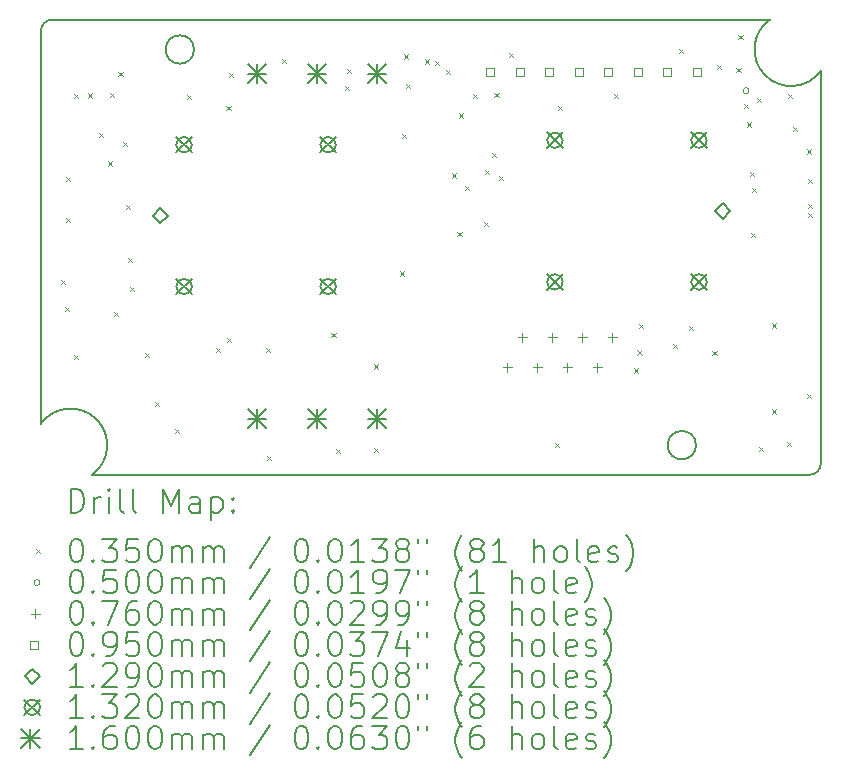
<source format=gbr>
%TF.GenerationSoftware,KiCad,Pcbnew,7.99.0-1900-g89780d353a*%
%TF.CreationDate,2023-08-02T11:36:21+03:00*%
%TF.ProjectId,RP2040_minimal,52503230-3430-45f6-9d69-6e696d616c2e,REV1*%
%TF.SameCoordinates,Original*%
%TF.FileFunction,Drillmap*%
%TF.FilePolarity,Positive*%
%FSLAX45Y45*%
G04 Gerber Fmt 4.5, Leading zero omitted, Abs format (unit mm)*
G04 Created by KiCad (PCBNEW 7.99.0-1900-g89780d353a) date 2023-08-02 11:36:21*
%MOMM*%
%LPD*%
G01*
G04 APERTURE LIST*
%ADD10C,0.150000*%
%ADD11C,0.200000*%
%ADD12C,0.035000*%
%ADD13C,0.050000*%
%ADD14C,0.076000*%
%ADD15C,0.095000*%
%ADD16C,0.129000*%
%ADD17C,0.132000*%
%ADD18C,0.160000*%
G04 APERTURE END LIST*
D10*
X19894050Y-11068750D02*
G75*
G03*
X19994050Y-10968749I0J100000D01*
G01*
X19994050Y-7646390D02*
X19994050Y-10968749D01*
X14686673Y-7466373D02*
G75*
G03*
X14686673Y-7466373I-120000J0D01*
G01*
X18936674Y-10816373D02*
G75*
G03*
X18936674Y-10816373I-120000J0D01*
G01*
X19561659Y-7214001D02*
G75*
G03*
X19994050Y-7646390I180011J-252379D01*
G01*
X13489297Y-7213997D02*
X19561656Y-7213997D01*
X13821694Y-11068753D02*
G75*
G03*
X13389297Y-10636355I-180024J252373D01*
G01*
X19894050Y-11068749D02*
X13821691Y-11068749D01*
X13489297Y-7213997D02*
G75*
G03*
X13389297Y-7313997I3J-100003D01*
G01*
X13389297Y-10636355D02*
X13389297Y-7313997D01*
D11*
D12*
X13558100Y-9414340D02*
X13593100Y-9449340D01*
X13593100Y-9414340D02*
X13558100Y-9449340D01*
X13596100Y-9647340D02*
X13631100Y-9682340D01*
X13631100Y-9647340D02*
X13596100Y-9682340D01*
X13601100Y-8890340D02*
X13636100Y-8925340D01*
X13636100Y-8890340D02*
X13601100Y-8925340D01*
X13605100Y-8544340D02*
X13640100Y-8579340D01*
X13640100Y-8544340D02*
X13605100Y-8579340D01*
X13667100Y-7846340D02*
X13702100Y-7881340D01*
X13702100Y-7846340D02*
X13667100Y-7881340D01*
X13668100Y-10051340D02*
X13703100Y-10086340D01*
X13703100Y-10051340D02*
X13668100Y-10086340D01*
X13792100Y-7839340D02*
X13827100Y-7874340D01*
X13827100Y-7839340D02*
X13792100Y-7874340D01*
X13879100Y-8176340D02*
X13914100Y-8211340D01*
X13914100Y-8176340D02*
X13879100Y-8211340D01*
X13958100Y-8414340D02*
X13993100Y-8449340D01*
X13993100Y-8414340D02*
X13958100Y-8449340D01*
X13976100Y-7832340D02*
X14011100Y-7867340D01*
X14011100Y-7832340D02*
X13976100Y-7867340D01*
X14007100Y-9685340D02*
X14042100Y-9720340D01*
X14042100Y-9685340D02*
X14007100Y-9720340D01*
X14047100Y-7656340D02*
X14082100Y-7691340D01*
X14082100Y-7656340D02*
X14047100Y-7691340D01*
X14085100Y-8248340D02*
X14120100Y-8283340D01*
X14120100Y-8248340D02*
X14085100Y-8283340D01*
X14113100Y-8782340D02*
X14148100Y-8817340D01*
X14148100Y-8782340D02*
X14113100Y-8817340D01*
X14124100Y-9229340D02*
X14159100Y-9264340D01*
X14159100Y-9229340D02*
X14124100Y-9264340D01*
X14143100Y-9475340D02*
X14178100Y-9510340D01*
X14178100Y-9475340D02*
X14143100Y-9510340D01*
X14269100Y-10034340D02*
X14304100Y-10069340D01*
X14304100Y-10034340D02*
X14269100Y-10069340D01*
X14355100Y-10447340D02*
X14390100Y-10482340D01*
X14390100Y-10447340D02*
X14355100Y-10482340D01*
X14525100Y-10678340D02*
X14560100Y-10713340D01*
X14560100Y-10678340D02*
X14525100Y-10713340D01*
X14630100Y-7853340D02*
X14665100Y-7888340D01*
X14665100Y-7853340D02*
X14630100Y-7888340D01*
X14870100Y-9992340D02*
X14905100Y-10027340D01*
X14905100Y-9992340D02*
X14870100Y-10027340D01*
X14961100Y-7944340D02*
X14996100Y-7979340D01*
X14996100Y-7944340D02*
X14961100Y-7979340D01*
X14968100Y-9907340D02*
X15003100Y-9942340D01*
X15003100Y-9907340D02*
X14968100Y-9942340D01*
X14982100Y-7663340D02*
X15017100Y-7698340D01*
X15017100Y-7663340D02*
X14982100Y-7698340D01*
X15292100Y-9992340D02*
X15327100Y-10027340D01*
X15327100Y-9992340D02*
X15292100Y-10027340D01*
X15305100Y-10908340D02*
X15340100Y-10943340D01*
X15340100Y-10908340D02*
X15305100Y-10943340D01*
X15433100Y-7545340D02*
X15468100Y-7580340D01*
X15468100Y-7545340D02*
X15433100Y-7580340D01*
X15850100Y-9865340D02*
X15885100Y-9900340D01*
X15885100Y-9865340D02*
X15850100Y-9900340D01*
X15888100Y-10847340D02*
X15923100Y-10882340D01*
X15923100Y-10847340D02*
X15888100Y-10882340D01*
X15964100Y-7777340D02*
X15999100Y-7812340D01*
X15999100Y-7777340D02*
X15964100Y-7812340D01*
X15983100Y-7634340D02*
X16018100Y-7669340D01*
X16018100Y-7634340D02*
X15983100Y-7669340D01*
X16208100Y-10842340D02*
X16243100Y-10877340D01*
X16243100Y-10842340D02*
X16208100Y-10877340D01*
X16213100Y-10133340D02*
X16248100Y-10168340D01*
X16248100Y-10133340D02*
X16213100Y-10168340D01*
X16432100Y-9345340D02*
X16467100Y-9380340D01*
X16467100Y-9345340D02*
X16432100Y-9380340D01*
X16450100Y-8184340D02*
X16485100Y-8219340D01*
X16485100Y-8184340D02*
X16450100Y-8219340D01*
X16467100Y-7508340D02*
X16502100Y-7543340D01*
X16502100Y-7508340D02*
X16467100Y-7543340D01*
X16482100Y-7755340D02*
X16517100Y-7790340D01*
X16517100Y-7755340D02*
X16482100Y-7790340D01*
X16643100Y-7551340D02*
X16678100Y-7586340D01*
X16678100Y-7551340D02*
X16643100Y-7586340D01*
X16727100Y-7565340D02*
X16762100Y-7600340D01*
X16762100Y-7565340D02*
X16727100Y-7600340D01*
X16817100Y-7636340D02*
X16852100Y-7671340D01*
X16852100Y-7636340D02*
X16817100Y-7671340D01*
X16872100Y-8516340D02*
X16907100Y-8551340D01*
X16907100Y-8516340D02*
X16872100Y-8551340D01*
X16917100Y-9014340D02*
X16952100Y-9049340D01*
X16952100Y-9014340D02*
X16917100Y-9049340D01*
X16931100Y-8008340D02*
X16966100Y-8043340D01*
X16966100Y-8008340D02*
X16931100Y-8043340D01*
X16980100Y-8620340D02*
X17015100Y-8655340D01*
X17015100Y-8620340D02*
X16980100Y-8655340D01*
X17050100Y-7842340D02*
X17085100Y-7877340D01*
X17085100Y-7842340D02*
X17050100Y-7877340D01*
X17141100Y-8926340D02*
X17176100Y-8961340D01*
X17176100Y-8926340D02*
X17141100Y-8961340D01*
X17151200Y-8485340D02*
X17186200Y-8520340D01*
X17186200Y-8485340D02*
X17151200Y-8520340D01*
X17211150Y-8344340D02*
X17246150Y-8379340D01*
X17246150Y-8344340D02*
X17211150Y-8379340D01*
X17230100Y-7837340D02*
X17265100Y-7872340D01*
X17265100Y-7837340D02*
X17230100Y-7872340D01*
X17271100Y-8534340D02*
X17306100Y-8569340D01*
X17306100Y-8534340D02*
X17271100Y-8569340D01*
X17352100Y-7495340D02*
X17387100Y-7530340D01*
X17387100Y-7495340D02*
X17352100Y-7530340D01*
X17741100Y-10795340D02*
X17776100Y-10830340D01*
X17776100Y-10795340D02*
X17741100Y-10830340D01*
X17770100Y-7942340D02*
X17805100Y-7977340D01*
X17805100Y-7942340D02*
X17770100Y-7977340D01*
X18245100Y-7844390D02*
X18280100Y-7879390D01*
X18280100Y-7844390D02*
X18245100Y-7879390D01*
X18409100Y-10167340D02*
X18444100Y-10202340D01*
X18444100Y-10167340D02*
X18409100Y-10202340D01*
X18441100Y-10014340D02*
X18476100Y-10049340D01*
X18476100Y-10014340D02*
X18441100Y-10049340D01*
X18456100Y-9788340D02*
X18491100Y-9823340D01*
X18491100Y-9788340D02*
X18456100Y-9823340D01*
X18743100Y-9958340D02*
X18778100Y-9993340D01*
X18778100Y-9958340D02*
X18743100Y-9993340D01*
X18791100Y-7465340D02*
X18826100Y-7500340D01*
X18826100Y-7465340D02*
X18791100Y-7500340D01*
X18880100Y-9805340D02*
X18915100Y-9840340D01*
X18915100Y-9805340D02*
X18880100Y-9840340D01*
X19076100Y-10017340D02*
X19111100Y-10052340D01*
X19111100Y-10017340D02*
X19076100Y-10052340D01*
X19115100Y-7599340D02*
X19150100Y-7634340D01*
X19150100Y-7599340D02*
X19115100Y-7634340D01*
X19279100Y-7619340D02*
X19314100Y-7654340D01*
X19314100Y-7619340D02*
X19279100Y-7654340D01*
X19296100Y-7344340D02*
X19331100Y-7379340D01*
X19331100Y-7344340D02*
X19296100Y-7379340D01*
X19339100Y-7930340D02*
X19374100Y-7965340D01*
X19374100Y-7930340D02*
X19339100Y-7965340D01*
X19365100Y-8084340D02*
X19400100Y-8119340D01*
X19400100Y-8084340D02*
X19365100Y-8119340D01*
X19395100Y-8506340D02*
X19430100Y-8541340D01*
X19430100Y-8506340D02*
X19395100Y-8541340D01*
X19401100Y-9022340D02*
X19436100Y-9057340D01*
X19436100Y-9022340D02*
X19401100Y-9057340D01*
X19407100Y-8642340D02*
X19442100Y-8677340D01*
X19442100Y-8642340D02*
X19407100Y-8677340D01*
X19455100Y-7875340D02*
X19490100Y-7910340D01*
X19490100Y-7875340D02*
X19455100Y-7910340D01*
X19466100Y-10828340D02*
X19501100Y-10863340D01*
X19501100Y-10828340D02*
X19466100Y-10863340D01*
X19582100Y-9786340D02*
X19617100Y-9821340D01*
X19617100Y-9786340D02*
X19582100Y-9821340D01*
X19582100Y-10514340D02*
X19617100Y-10549340D01*
X19617100Y-10514340D02*
X19582100Y-10549340D01*
X19706100Y-10791340D02*
X19741100Y-10826340D01*
X19741100Y-10791340D02*
X19706100Y-10826340D01*
X19712100Y-7845340D02*
X19747100Y-7880340D01*
X19747100Y-7845340D02*
X19712100Y-7880340D01*
X19755100Y-8120340D02*
X19790100Y-8155340D01*
X19790100Y-8120340D02*
X19755100Y-8155340D01*
X19875100Y-10381340D02*
X19910100Y-10416340D01*
X19910100Y-10381340D02*
X19875100Y-10416340D01*
X19879100Y-8313340D02*
X19914100Y-8348340D01*
X19914100Y-8313340D02*
X19879100Y-8348340D01*
X19881100Y-8560340D02*
X19916100Y-8595340D01*
X19916100Y-8560340D02*
X19881100Y-8595340D01*
X19881100Y-8775340D02*
X19916100Y-8810340D01*
X19916100Y-8775340D02*
X19881100Y-8810340D01*
X19881100Y-8848340D02*
X19916100Y-8883340D01*
X19916100Y-8848340D02*
X19881100Y-8883340D01*
D13*
X19385600Y-7815840D02*
G75*
G03*
X19385600Y-7815840I-25000J0D01*
G01*
D14*
X17338350Y-10119240D02*
X17338350Y-10195240D01*
X17300350Y-10157240D02*
X17376350Y-10157240D01*
X17465350Y-9865240D02*
X17465350Y-9941240D01*
X17427350Y-9903240D02*
X17503350Y-9903240D01*
X17592350Y-10119240D02*
X17592350Y-10195240D01*
X17554350Y-10157240D02*
X17630350Y-10157240D01*
X17719350Y-9865240D02*
X17719350Y-9941240D01*
X17681350Y-9903240D02*
X17757350Y-9903240D01*
X17846350Y-10119240D02*
X17846350Y-10195240D01*
X17808350Y-10157240D02*
X17884350Y-10157240D01*
X17973350Y-9865240D02*
X17973350Y-9941240D01*
X17935350Y-9903240D02*
X18011350Y-9903240D01*
X18100350Y-10119240D02*
X18100350Y-10195240D01*
X18062350Y-10157240D02*
X18138350Y-10157240D01*
X18227350Y-9865240D02*
X18227350Y-9941240D01*
X18189350Y-9903240D02*
X18265350Y-9903240D01*
D15*
X17227188Y-7690428D02*
X17227188Y-7623252D01*
X17160012Y-7623252D01*
X17160012Y-7690428D01*
X17227188Y-7690428D01*
X17477188Y-7690428D02*
X17477188Y-7623252D01*
X17410012Y-7623252D01*
X17410012Y-7690428D01*
X17477188Y-7690428D01*
X17727188Y-7690428D02*
X17727188Y-7623252D01*
X17660012Y-7623252D01*
X17660012Y-7690428D01*
X17727188Y-7690428D01*
X17977188Y-7690428D02*
X17977188Y-7623252D01*
X17910012Y-7623252D01*
X17910012Y-7690428D01*
X17977188Y-7690428D01*
X18227188Y-7690428D02*
X18227188Y-7623252D01*
X18160012Y-7623252D01*
X18160012Y-7690428D01*
X18227188Y-7690428D01*
X18477188Y-7690428D02*
X18477188Y-7623252D01*
X18410012Y-7623252D01*
X18410012Y-7690428D01*
X18477188Y-7690428D01*
X18727188Y-7690428D02*
X18727188Y-7623252D01*
X18660012Y-7623252D01*
X18660012Y-7690428D01*
X18727188Y-7690428D01*
X18977188Y-7690428D02*
X18977188Y-7623252D01*
X18910012Y-7623252D01*
X18910012Y-7690428D01*
X18977188Y-7690428D01*
D16*
X14401600Y-8937340D02*
X14466100Y-8872840D01*
X14401600Y-8808340D01*
X14337100Y-8872840D01*
X14401600Y-8937340D01*
X19161350Y-8899340D02*
X19225850Y-8834840D01*
X19161350Y-8770340D01*
X19096850Y-8834840D01*
X19161350Y-8899340D01*
D17*
X14535600Y-8206840D02*
X14667600Y-8338840D01*
X14667600Y-8206840D02*
X14535600Y-8338840D01*
X14667600Y-8272840D02*
G75*
G03*
X14667600Y-8272840I-66000J0D01*
G01*
X14535600Y-9406840D02*
X14667600Y-9538840D01*
X14667600Y-9406840D02*
X14535600Y-9538840D01*
X14667600Y-9472840D02*
G75*
G03*
X14667600Y-9472840I-66000J0D01*
G01*
X15755600Y-8206840D02*
X15887600Y-8338840D01*
X15887600Y-8206840D02*
X15755600Y-8338840D01*
X15887600Y-8272840D02*
G75*
G03*
X15887600Y-8272840I-66000J0D01*
G01*
X15755600Y-9406840D02*
X15887600Y-9538840D01*
X15887600Y-9406840D02*
X15755600Y-9538840D01*
X15887600Y-9472840D02*
G75*
G03*
X15887600Y-9472840I-66000J0D01*
G01*
X17675350Y-8168840D02*
X17807350Y-8300840D01*
X17807350Y-8168840D02*
X17675350Y-8300840D01*
X17807350Y-8234840D02*
G75*
G03*
X17807350Y-8234840I-66000J0D01*
G01*
X17675350Y-9368840D02*
X17807350Y-9500840D01*
X17807350Y-9368840D02*
X17675350Y-9500840D01*
X17807350Y-9434840D02*
G75*
G03*
X17807350Y-9434840I-66000J0D01*
G01*
X18895350Y-8168840D02*
X19027350Y-8300840D01*
X19027350Y-8168840D02*
X18895350Y-8300840D01*
X19027350Y-8234840D02*
G75*
G03*
X19027350Y-8234840I-66000J0D01*
G01*
X18895350Y-9368840D02*
X19027350Y-9500840D01*
X19027350Y-9368840D02*
X18895350Y-9500840D01*
X19027350Y-9434840D02*
G75*
G03*
X19027350Y-9434840I-66000J0D01*
G01*
D18*
X15139600Y-7592590D02*
X15299600Y-7752590D01*
X15299600Y-7592590D02*
X15139600Y-7752590D01*
X15219600Y-7592590D02*
X15219600Y-7752590D01*
X15139600Y-7672590D02*
X15299600Y-7672590D01*
X15139600Y-10512840D02*
X15299600Y-10672840D01*
X15299600Y-10512840D02*
X15139600Y-10672840D01*
X15219600Y-10512840D02*
X15219600Y-10672840D01*
X15139600Y-10592840D02*
X15299600Y-10592840D01*
X15647600Y-7592590D02*
X15807600Y-7752590D01*
X15807600Y-7592590D02*
X15647600Y-7752590D01*
X15727600Y-7592590D02*
X15727600Y-7752590D01*
X15647600Y-7672590D02*
X15807600Y-7672590D01*
X15647600Y-10512840D02*
X15807600Y-10672840D01*
X15807600Y-10512840D02*
X15647600Y-10672840D01*
X15727600Y-10512840D02*
X15727600Y-10672840D01*
X15647600Y-10592840D02*
X15807600Y-10592840D01*
X16155600Y-7592590D02*
X16315600Y-7752590D01*
X16315600Y-7592590D02*
X16155600Y-7752590D01*
X16235600Y-7592590D02*
X16235600Y-7752590D01*
X16155600Y-7672590D02*
X16315600Y-7672590D01*
X16155600Y-10512840D02*
X16315600Y-10672840D01*
X16315600Y-10512840D02*
X16155600Y-10672840D01*
X16235600Y-10512840D02*
X16235600Y-10672840D01*
X16155600Y-10592840D02*
X16315600Y-10592840D01*
D11*
X13642574Y-11387733D02*
X13642574Y-11187733D01*
X13642574Y-11187733D02*
X13690193Y-11187733D01*
X13690193Y-11187733D02*
X13718765Y-11197257D01*
X13718765Y-11197257D02*
X13737812Y-11216305D01*
X13737812Y-11216305D02*
X13747336Y-11235352D01*
X13747336Y-11235352D02*
X13756860Y-11273448D01*
X13756860Y-11273448D02*
X13756860Y-11302019D01*
X13756860Y-11302019D02*
X13747336Y-11340114D01*
X13747336Y-11340114D02*
X13737812Y-11359162D01*
X13737812Y-11359162D02*
X13718765Y-11378210D01*
X13718765Y-11378210D02*
X13690193Y-11387733D01*
X13690193Y-11387733D02*
X13642574Y-11387733D01*
X13842574Y-11387733D02*
X13842574Y-11254400D01*
X13842574Y-11292495D02*
X13852098Y-11273448D01*
X13852098Y-11273448D02*
X13861622Y-11263924D01*
X13861622Y-11263924D02*
X13880669Y-11254400D01*
X13880669Y-11254400D02*
X13899717Y-11254400D01*
X13966384Y-11387733D02*
X13966384Y-11254400D01*
X13966384Y-11187733D02*
X13956860Y-11197257D01*
X13956860Y-11197257D02*
X13966384Y-11206781D01*
X13966384Y-11206781D02*
X13975908Y-11197257D01*
X13975908Y-11197257D02*
X13966384Y-11187733D01*
X13966384Y-11187733D02*
X13966384Y-11206781D01*
X14090193Y-11387733D02*
X14071146Y-11378210D01*
X14071146Y-11378210D02*
X14061622Y-11359162D01*
X14061622Y-11359162D02*
X14061622Y-11187733D01*
X14194955Y-11387733D02*
X14175908Y-11378210D01*
X14175908Y-11378210D02*
X14166384Y-11359162D01*
X14166384Y-11359162D02*
X14166384Y-11187733D01*
X14423527Y-11387733D02*
X14423527Y-11187733D01*
X14423527Y-11187733D02*
X14490193Y-11330590D01*
X14490193Y-11330590D02*
X14556860Y-11187733D01*
X14556860Y-11187733D02*
X14556860Y-11387733D01*
X14737812Y-11387733D02*
X14737812Y-11282971D01*
X14737812Y-11282971D02*
X14728289Y-11263924D01*
X14728289Y-11263924D02*
X14709241Y-11254400D01*
X14709241Y-11254400D02*
X14671146Y-11254400D01*
X14671146Y-11254400D02*
X14652098Y-11263924D01*
X14737812Y-11378210D02*
X14718765Y-11387733D01*
X14718765Y-11387733D02*
X14671146Y-11387733D01*
X14671146Y-11387733D02*
X14652098Y-11378210D01*
X14652098Y-11378210D02*
X14642574Y-11359162D01*
X14642574Y-11359162D02*
X14642574Y-11340114D01*
X14642574Y-11340114D02*
X14652098Y-11321067D01*
X14652098Y-11321067D02*
X14671146Y-11311543D01*
X14671146Y-11311543D02*
X14718765Y-11311543D01*
X14718765Y-11311543D02*
X14737812Y-11302019D01*
X14833050Y-11254400D02*
X14833050Y-11454400D01*
X14833050Y-11263924D02*
X14852098Y-11254400D01*
X14852098Y-11254400D02*
X14890193Y-11254400D01*
X14890193Y-11254400D02*
X14909241Y-11263924D01*
X14909241Y-11263924D02*
X14918765Y-11273448D01*
X14918765Y-11273448D02*
X14928289Y-11292495D01*
X14928289Y-11292495D02*
X14928289Y-11349638D01*
X14928289Y-11349638D02*
X14918765Y-11368686D01*
X14918765Y-11368686D02*
X14909241Y-11378210D01*
X14909241Y-11378210D02*
X14890193Y-11387733D01*
X14890193Y-11387733D02*
X14852098Y-11387733D01*
X14852098Y-11387733D02*
X14833050Y-11378210D01*
X15014003Y-11368686D02*
X15023527Y-11378210D01*
X15023527Y-11378210D02*
X15014003Y-11387733D01*
X15014003Y-11387733D02*
X15004479Y-11378210D01*
X15004479Y-11378210D02*
X15014003Y-11368686D01*
X15014003Y-11368686D02*
X15014003Y-11387733D01*
X15014003Y-11263924D02*
X15023527Y-11273448D01*
X15023527Y-11273448D02*
X15014003Y-11282971D01*
X15014003Y-11282971D02*
X15004479Y-11273448D01*
X15004479Y-11273448D02*
X15014003Y-11263924D01*
X15014003Y-11263924D02*
X15014003Y-11282971D01*
D12*
X13346797Y-11698750D02*
X13381797Y-11733750D01*
X13381797Y-11698750D02*
X13346797Y-11733750D01*
D11*
X13680669Y-11607733D02*
X13699717Y-11607733D01*
X13699717Y-11607733D02*
X13718765Y-11617257D01*
X13718765Y-11617257D02*
X13728289Y-11626781D01*
X13728289Y-11626781D02*
X13737812Y-11645829D01*
X13737812Y-11645829D02*
X13747336Y-11683924D01*
X13747336Y-11683924D02*
X13747336Y-11731543D01*
X13747336Y-11731543D02*
X13737812Y-11769638D01*
X13737812Y-11769638D02*
X13728289Y-11788686D01*
X13728289Y-11788686D02*
X13718765Y-11798210D01*
X13718765Y-11798210D02*
X13699717Y-11807733D01*
X13699717Y-11807733D02*
X13680669Y-11807733D01*
X13680669Y-11807733D02*
X13661622Y-11798210D01*
X13661622Y-11798210D02*
X13652098Y-11788686D01*
X13652098Y-11788686D02*
X13642574Y-11769638D01*
X13642574Y-11769638D02*
X13633050Y-11731543D01*
X13633050Y-11731543D02*
X13633050Y-11683924D01*
X13633050Y-11683924D02*
X13642574Y-11645829D01*
X13642574Y-11645829D02*
X13652098Y-11626781D01*
X13652098Y-11626781D02*
X13661622Y-11617257D01*
X13661622Y-11617257D02*
X13680669Y-11607733D01*
X13833050Y-11788686D02*
X13842574Y-11798210D01*
X13842574Y-11798210D02*
X13833050Y-11807733D01*
X13833050Y-11807733D02*
X13823527Y-11798210D01*
X13823527Y-11798210D02*
X13833050Y-11788686D01*
X13833050Y-11788686D02*
X13833050Y-11807733D01*
X13909241Y-11607733D02*
X14033050Y-11607733D01*
X14033050Y-11607733D02*
X13966384Y-11683924D01*
X13966384Y-11683924D02*
X13994955Y-11683924D01*
X13994955Y-11683924D02*
X14014003Y-11693448D01*
X14014003Y-11693448D02*
X14023527Y-11702971D01*
X14023527Y-11702971D02*
X14033050Y-11722019D01*
X14033050Y-11722019D02*
X14033050Y-11769638D01*
X14033050Y-11769638D02*
X14023527Y-11788686D01*
X14023527Y-11788686D02*
X14014003Y-11798210D01*
X14014003Y-11798210D02*
X13994955Y-11807733D01*
X13994955Y-11807733D02*
X13937812Y-11807733D01*
X13937812Y-11807733D02*
X13918765Y-11798210D01*
X13918765Y-11798210D02*
X13909241Y-11788686D01*
X14214003Y-11607733D02*
X14118765Y-11607733D01*
X14118765Y-11607733D02*
X14109241Y-11702971D01*
X14109241Y-11702971D02*
X14118765Y-11693448D01*
X14118765Y-11693448D02*
X14137812Y-11683924D01*
X14137812Y-11683924D02*
X14185431Y-11683924D01*
X14185431Y-11683924D02*
X14204479Y-11693448D01*
X14204479Y-11693448D02*
X14214003Y-11702971D01*
X14214003Y-11702971D02*
X14223527Y-11722019D01*
X14223527Y-11722019D02*
X14223527Y-11769638D01*
X14223527Y-11769638D02*
X14214003Y-11788686D01*
X14214003Y-11788686D02*
X14204479Y-11798210D01*
X14204479Y-11798210D02*
X14185431Y-11807733D01*
X14185431Y-11807733D02*
X14137812Y-11807733D01*
X14137812Y-11807733D02*
X14118765Y-11798210D01*
X14118765Y-11798210D02*
X14109241Y-11788686D01*
X14347336Y-11607733D02*
X14366384Y-11607733D01*
X14366384Y-11607733D02*
X14385431Y-11617257D01*
X14385431Y-11617257D02*
X14394955Y-11626781D01*
X14394955Y-11626781D02*
X14404479Y-11645829D01*
X14404479Y-11645829D02*
X14414003Y-11683924D01*
X14414003Y-11683924D02*
X14414003Y-11731543D01*
X14414003Y-11731543D02*
X14404479Y-11769638D01*
X14404479Y-11769638D02*
X14394955Y-11788686D01*
X14394955Y-11788686D02*
X14385431Y-11798210D01*
X14385431Y-11798210D02*
X14366384Y-11807733D01*
X14366384Y-11807733D02*
X14347336Y-11807733D01*
X14347336Y-11807733D02*
X14328289Y-11798210D01*
X14328289Y-11798210D02*
X14318765Y-11788686D01*
X14318765Y-11788686D02*
X14309241Y-11769638D01*
X14309241Y-11769638D02*
X14299717Y-11731543D01*
X14299717Y-11731543D02*
X14299717Y-11683924D01*
X14299717Y-11683924D02*
X14309241Y-11645829D01*
X14309241Y-11645829D02*
X14318765Y-11626781D01*
X14318765Y-11626781D02*
X14328289Y-11617257D01*
X14328289Y-11617257D02*
X14347336Y-11607733D01*
X14499717Y-11807733D02*
X14499717Y-11674400D01*
X14499717Y-11693448D02*
X14509241Y-11683924D01*
X14509241Y-11683924D02*
X14528289Y-11674400D01*
X14528289Y-11674400D02*
X14556860Y-11674400D01*
X14556860Y-11674400D02*
X14575908Y-11683924D01*
X14575908Y-11683924D02*
X14585431Y-11702971D01*
X14585431Y-11702971D02*
X14585431Y-11807733D01*
X14585431Y-11702971D02*
X14594955Y-11683924D01*
X14594955Y-11683924D02*
X14614003Y-11674400D01*
X14614003Y-11674400D02*
X14642574Y-11674400D01*
X14642574Y-11674400D02*
X14661622Y-11683924D01*
X14661622Y-11683924D02*
X14671146Y-11702971D01*
X14671146Y-11702971D02*
X14671146Y-11807733D01*
X14766384Y-11807733D02*
X14766384Y-11674400D01*
X14766384Y-11693448D02*
X14775908Y-11683924D01*
X14775908Y-11683924D02*
X14794955Y-11674400D01*
X14794955Y-11674400D02*
X14823527Y-11674400D01*
X14823527Y-11674400D02*
X14842574Y-11683924D01*
X14842574Y-11683924D02*
X14852098Y-11702971D01*
X14852098Y-11702971D02*
X14852098Y-11807733D01*
X14852098Y-11702971D02*
X14861622Y-11683924D01*
X14861622Y-11683924D02*
X14880670Y-11674400D01*
X14880670Y-11674400D02*
X14909241Y-11674400D01*
X14909241Y-11674400D02*
X14928289Y-11683924D01*
X14928289Y-11683924D02*
X14937812Y-11702971D01*
X14937812Y-11702971D02*
X14937812Y-11807733D01*
X15328289Y-11598210D02*
X15156860Y-11855352D01*
X15585432Y-11607733D02*
X15604479Y-11607733D01*
X15604479Y-11607733D02*
X15623527Y-11617257D01*
X15623527Y-11617257D02*
X15633051Y-11626781D01*
X15633051Y-11626781D02*
X15642574Y-11645829D01*
X15642574Y-11645829D02*
X15652098Y-11683924D01*
X15652098Y-11683924D02*
X15652098Y-11731543D01*
X15652098Y-11731543D02*
X15642574Y-11769638D01*
X15642574Y-11769638D02*
X15633051Y-11788686D01*
X15633051Y-11788686D02*
X15623527Y-11798210D01*
X15623527Y-11798210D02*
X15604479Y-11807733D01*
X15604479Y-11807733D02*
X15585432Y-11807733D01*
X15585432Y-11807733D02*
X15566384Y-11798210D01*
X15566384Y-11798210D02*
X15556860Y-11788686D01*
X15556860Y-11788686D02*
X15547336Y-11769638D01*
X15547336Y-11769638D02*
X15537813Y-11731543D01*
X15537813Y-11731543D02*
X15537813Y-11683924D01*
X15537813Y-11683924D02*
X15547336Y-11645829D01*
X15547336Y-11645829D02*
X15556860Y-11626781D01*
X15556860Y-11626781D02*
X15566384Y-11617257D01*
X15566384Y-11617257D02*
X15585432Y-11607733D01*
X15737813Y-11788686D02*
X15747336Y-11798210D01*
X15747336Y-11798210D02*
X15737813Y-11807733D01*
X15737813Y-11807733D02*
X15728289Y-11798210D01*
X15728289Y-11798210D02*
X15737813Y-11788686D01*
X15737813Y-11788686D02*
X15737813Y-11807733D01*
X15871146Y-11607733D02*
X15890194Y-11607733D01*
X15890194Y-11607733D02*
X15909241Y-11617257D01*
X15909241Y-11617257D02*
X15918765Y-11626781D01*
X15918765Y-11626781D02*
X15928289Y-11645829D01*
X15928289Y-11645829D02*
X15937813Y-11683924D01*
X15937813Y-11683924D02*
X15937813Y-11731543D01*
X15937813Y-11731543D02*
X15928289Y-11769638D01*
X15928289Y-11769638D02*
X15918765Y-11788686D01*
X15918765Y-11788686D02*
X15909241Y-11798210D01*
X15909241Y-11798210D02*
X15890194Y-11807733D01*
X15890194Y-11807733D02*
X15871146Y-11807733D01*
X15871146Y-11807733D02*
X15852098Y-11798210D01*
X15852098Y-11798210D02*
X15842574Y-11788686D01*
X15842574Y-11788686D02*
X15833051Y-11769638D01*
X15833051Y-11769638D02*
X15823527Y-11731543D01*
X15823527Y-11731543D02*
X15823527Y-11683924D01*
X15823527Y-11683924D02*
X15833051Y-11645829D01*
X15833051Y-11645829D02*
X15842574Y-11626781D01*
X15842574Y-11626781D02*
X15852098Y-11617257D01*
X15852098Y-11617257D02*
X15871146Y-11607733D01*
X16128289Y-11807733D02*
X16014003Y-11807733D01*
X16071146Y-11807733D02*
X16071146Y-11607733D01*
X16071146Y-11607733D02*
X16052098Y-11636305D01*
X16052098Y-11636305D02*
X16033051Y-11655352D01*
X16033051Y-11655352D02*
X16014003Y-11664876D01*
X16194955Y-11607733D02*
X16318765Y-11607733D01*
X16318765Y-11607733D02*
X16252098Y-11683924D01*
X16252098Y-11683924D02*
X16280670Y-11683924D01*
X16280670Y-11683924D02*
X16299717Y-11693448D01*
X16299717Y-11693448D02*
X16309241Y-11702971D01*
X16309241Y-11702971D02*
X16318765Y-11722019D01*
X16318765Y-11722019D02*
X16318765Y-11769638D01*
X16318765Y-11769638D02*
X16309241Y-11788686D01*
X16309241Y-11788686D02*
X16299717Y-11798210D01*
X16299717Y-11798210D02*
X16280670Y-11807733D01*
X16280670Y-11807733D02*
X16223527Y-11807733D01*
X16223527Y-11807733D02*
X16204479Y-11798210D01*
X16204479Y-11798210D02*
X16194955Y-11788686D01*
X16433051Y-11693448D02*
X16414003Y-11683924D01*
X16414003Y-11683924D02*
X16404479Y-11674400D01*
X16404479Y-11674400D02*
X16394955Y-11655352D01*
X16394955Y-11655352D02*
X16394955Y-11645829D01*
X16394955Y-11645829D02*
X16404479Y-11626781D01*
X16404479Y-11626781D02*
X16414003Y-11617257D01*
X16414003Y-11617257D02*
X16433051Y-11607733D01*
X16433051Y-11607733D02*
X16471146Y-11607733D01*
X16471146Y-11607733D02*
X16490194Y-11617257D01*
X16490194Y-11617257D02*
X16499717Y-11626781D01*
X16499717Y-11626781D02*
X16509241Y-11645829D01*
X16509241Y-11645829D02*
X16509241Y-11655352D01*
X16509241Y-11655352D02*
X16499717Y-11674400D01*
X16499717Y-11674400D02*
X16490194Y-11683924D01*
X16490194Y-11683924D02*
X16471146Y-11693448D01*
X16471146Y-11693448D02*
X16433051Y-11693448D01*
X16433051Y-11693448D02*
X16414003Y-11702971D01*
X16414003Y-11702971D02*
X16404479Y-11712495D01*
X16404479Y-11712495D02*
X16394955Y-11731543D01*
X16394955Y-11731543D02*
X16394955Y-11769638D01*
X16394955Y-11769638D02*
X16404479Y-11788686D01*
X16404479Y-11788686D02*
X16414003Y-11798210D01*
X16414003Y-11798210D02*
X16433051Y-11807733D01*
X16433051Y-11807733D02*
X16471146Y-11807733D01*
X16471146Y-11807733D02*
X16490194Y-11798210D01*
X16490194Y-11798210D02*
X16499717Y-11788686D01*
X16499717Y-11788686D02*
X16509241Y-11769638D01*
X16509241Y-11769638D02*
X16509241Y-11731543D01*
X16509241Y-11731543D02*
X16499717Y-11712495D01*
X16499717Y-11712495D02*
X16490194Y-11702971D01*
X16490194Y-11702971D02*
X16471146Y-11693448D01*
X16585432Y-11607733D02*
X16585432Y-11645829D01*
X16661622Y-11607733D02*
X16661622Y-11645829D01*
X16956860Y-11883924D02*
X16947337Y-11874400D01*
X16947337Y-11874400D02*
X16928289Y-11845829D01*
X16928289Y-11845829D02*
X16918765Y-11826781D01*
X16918765Y-11826781D02*
X16909241Y-11798210D01*
X16909241Y-11798210D02*
X16899718Y-11750590D01*
X16899718Y-11750590D02*
X16899718Y-11712495D01*
X16899718Y-11712495D02*
X16909241Y-11664876D01*
X16909241Y-11664876D02*
X16918765Y-11636305D01*
X16918765Y-11636305D02*
X16928289Y-11617257D01*
X16928289Y-11617257D02*
X16947337Y-11588686D01*
X16947337Y-11588686D02*
X16956860Y-11579162D01*
X17061622Y-11693448D02*
X17042575Y-11683924D01*
X17042575Y-11683924D02*
X17033051Y-11674400D01*
X17033051Y-11674400D02*
X17023527Y-11655352D01*
X17023527Y-11655352D02*
X17023527Y-11645829D01*
X17023527Y-11645829D02*
X17033051Y-11626781D01*
X17033051Y-11626781D02*
X17042575Y-11617257D01*
X17042575Y-11617257D02*
X17061622Y-11607733D01*
X17061622Y-11607733D02*
X17099718Y-11607733D01*
X17099718Y-11607733D02*
X17118765Y-11617257D01*
X17118765Y-11617257D02*
X17128289Y-11626781D01*
X17128289Y-11626781D02*
X17137813Y-11645829D01*
X17137813Y-11645829D02*
X17137813Y-11655352D01*
X17137813Y-11655352D02*
X17128289Y-11674400D01*
X17128289Y-11674400D02*
X17118765Y-11683924D01*
X17118765Y-11683924D02*
X17099718Y-11693448D01*
X17099718Y-11693448D02*
X17061622Y-11693448D01*
X17061622Y-11693448D02*
X17042575Y-11702971D01*
X17042575Y-11702971D02*
X17033051Y-11712495D01*
X17033051Y-11712495D02*
X17023527Y-11731543D01*
X17023527Y-11731543D02*
X17023527Y-11769638D01*
X17023527Y-11769638D02*
X17033051Y-11788686D01*
X17033051Y-11788686D02*
X17042575Y-11798210D01*
X17042575Y-11798210D02*
X17061622Y-11807733D01*
X17061622Y-11807733D02*
X17099718Y-11807733D01*
X17099718Y-11807733D02*
X17118765Y-11798210D01*
X17118765Y-11798210D02*
X17128289Y-11788686D01*
X17128289Y-11788686D02*
X17137813Y-11769638D01*
X17137813Y-11769638D02*
X17137813Y-11731543D01*
X17137813Y-11731543D02*
X17128289Y-11712495D01*
X17128289Y-11712495D02*
X17118765Y-11702971D01*
X17118765Y-11702971D02*
X17099718Y-11693448D01*
X17328289Y-11807733D02*
X17214003Y-11807733D01*
X17271146Y-11807733D02*
X17271146Y-11607733D01*
X17271146Y-11607733D02*
X17252098Y-11636305D01*
X17252098Y-11636305D02*
X17233051Y-11655352D01*
X17233051Y-11655352D02*
X17214003Y-11664876D01*
X17566384Y-11807733D02*
X17566384Y-11607733D01*
X17652099Y-11807733D02*
X17652099Y-11702971D01*
X17652099Y-11702971D02*
X17642575Y-11683924D01*
X17642575Y-11683924D02*
X17623527Y-11674400D01*
X17623527Y-11674400D02*
X17594956Y-11674400D01*
X17594956Y-11674400D02*
X17575908Y-11683924D01*
X17575908Y-11683924D02*
X17566384Y-11693448D01*
X17775908Y-11807733D02*
X17756860Y-11798210D01*
X17756860Y-11798210D02*
X17747337Y-11788686D01*
X17747337Y-11788686D02*
X17737813Y-11769638D01*
X17737813Y-11769638D02*
X17737813Y-11712495D01*
X17737813Y-11712495D02*
X17747337Y-11693448D01*
X17747337Y-11693448D02*
X17756860Y-11683924D01*
X17756860Y-11683924D02*
X17775908Y-11674400D01*
X17775908Y-11674400D02*
X17804480Y-11674400D01*
X17804480Y-11674400D02*
X17823527Y-11683924D01*
X17823527Y-11683924D02*
X17833051Y-11693448D01*
X17833051Y-11693448D02*
X17842575Y-11712495D01*
X17842575Y-11712495D02*
X17842575Y-11769638D01*
X17842575Y-11769638D02*
X17833051Y-11788686D01*
X17833051Y-11788686D02*
X17823527Y-11798210D01*
X17823527Y-11798210D02*
X17804480Y-11807733D01*
X17804480Y-11807733D02*
X17775908Y-11807733D01*
X17956860Y-11807733D02*
X17937813Y-11798210D01*
X17937813Y-11798210D02*
X17928289Y-11779162D01*
X17928289Y-11779162D02*
X17928289Y-11607733D01*
X18109241Y-11798210D02*
X18090194Y-11807733D01*
X18090194Y-11807733D02*
X18052099Y-11807733D01*
X18052099Y-11807733D02*
X18033051Y-11798210D01*
X18033051Y-11798210D02*
X18023527Y-11779162D01*
X18023527Y-11779162D02*
X18023527Y-11702971D01*
X18023527Y-11702971D02*
X18033051Y-11683924D01*
X18033051Y-11683924D02*
X18052099Y-11674400D01*
X18052099Y-11674400D02*
X18090194Y-11674400D01*
X18090194Y-11674400D02*
X18109241Y-11683924D01*
X18109241Y-11683924D02*
X18118765Y-11702971D01*
X18118765Y-11702971D02*
X18118765Y-11722019D01*
X18118765Y-11722019D02*
X18023527Y-11741067D01*
X18194956Y-11798210D02*
X18214003Y-11807733D01*
X18214003Y-11807733D02*
X18252099Y-11807733D01*
X18252099Y-11807733D02*
X18271146Y-11798210D01*
X18271146Y-11798210D02*
X18280670Y-11779162D01*
X18280670Y-11779162D02*
X18280670Y-11769638D01*
X18280670Y-11769638D02*
X18271146Y-11750590D01*
X18271146Y-11750590D02*
X18252099Y-11741067D01*
X18252099Y-11741067D02*
X18223527Y-11741067D01*
X18223527Y-11741067D02*
X18204480Y-11731543D01*
X18204480Y-11731543D02*
X18194956Y-11712495D01*
X18194956Y-11712495D02*
X18194956Y-11702971D01*
X18194956Y-11702971D02*
X18204480Y-11683924D01*
X18204480Y-11683924D02*
X18223527Y-11674400D01*
X18223527Y-11674400D02*
X18252099Y-11674400D01*
X18252099Y-11674400D02*
X18271146Y-11683924D01*
X18347337Y-11883924D02*
X18356861Y-11874400D01*
X18356861Y-11874400D02*
X18375908Y-11845829D01*
X18375908Y-11845829D02*
X18385432Y-11826781D01*
X18385432Y-11826781D02*
X18394956Y-11798210D01*
X18394956Y-11798210D02*
X18404480Y-11750590D01*
X18404480Y-11750590D02*
X18404480Y-11712495D01*
X18404480Y-11712495D02*
X18394956Y-11664876D01*
X18394956Y-11664876D02*
X18385432Y-11636305D01*
X18385432Y-11636305D02*
X18375908Y-11617257D01*
X18375908Y-11617257D02*
X18356861Y-11588686D01*
X18356861Y-11588686D02*
X18347337Y-11579162D01*
D13*
X13381797Y-11980250D02*
G75*
G03*
X13381797Y-11980250I-25000J0D01*
G01*
D11*
X13680669Y-11871733D02*
X13699717Y-11871733D01*
X13699717Y-11871733D02*
X13718765Y-11881257D01*
X13718765Y-11881257D02*
X13728289Y-11890781D01*
X13728289Y-11890781D02*
X13737812Y-11909829D01*
X13737812Y-11909829D02*
X13747336Y-11947924D01*
X13747336Y-11947924D02*
X13747336Y-11995543D01*
X13747336Y-11995543D02*
X13737812Y-12033638D01*
X13737812Y-12033638D02*
X13728289Y-12052686D01*
X13728289Y-12052686D02*
X13718765Y-12062210D01*
X13718765Y-12062210D02*
X13699717Y-12071733D01*
X13699717Y-12071733D02*
X13680669Y-12071733D01*
X13680669Y-12071733D02*
X13661622Y-12062210D01*
X13661622Y-12062210D02*
X13652098Y-12052686D01*
X13652098Y-12052686D02*
X13642574Y-12033638D01*
X13642574Y-12033638D02*
X13633050Y-11995543D01*
X13633050Y-11995543D02*
X13633050Y-11947924D01*
X13633050Y-11947924D02*
X13642574Y-11909829D01*
X13642574Y-11909829D02*
X13652098Y-11890781D01*
X13652098Y-11890781D02*
X13661622Y-11881257D01*
X13661622Y-11881257D02*
X13680669Y-11871733D01*
X13833050Y-12052686D02*
X13842574Y-12062210D01*
X13842574Y-12062210D02*
X13833050Y-12071733D01*
X13833050Y-12071733D02*
X13823527Y-12062210D01*
X13823527Y-12062210D02*
X13833050Y-12052686D01*
X13833050Y-12052686D02*
X13833050Y-12071733D01*
X14023527Y-11871733D02*
X13928289Y-11871733D01*
X13928289Y-11871733D02*
X13918765Y-11966971D01*
X13918765Y-11966971D02*
X13928289Y-11957448D01*
X13928289Y-11957448D02*
X13947336Y-11947924D01*
X13947336Y-11947924D02*
X13994955Y-11947924D01*
X13994955Y-11947924D02*
X14014003Y-11957448D01*
X14014003Y-11957448D02*
X14023527Y-11966971D01*
X14023527Y-11966971D02*
X14033050Y-11986019D01*
X14033050Y-11986019D02*
X14033050Y-12033638D01*
X14033050Y-12033638D02*
X14023527Y-12052686D01*
X14023527Y-12052686D02*
X14014003Y-12062210D01*
X14014003Y-12062210D02*
X13994955Y-12071733D01*
X13994955Y-12071733D02*
X13947336Y-12071733D01*
X13947336Y-12071733D02*
X13928289Y-12062210D01*
X13928289Y-12062210D02*
X13918765Y-12052686D01*
X14156860Y-11871733D02*
X14175908Y-11871733D01*
X14175908Y-11871733D02*
X14194955Y-11881257D01*
X14194955Y-11881257D02*
X14204479Y-11890781D01*
X14204479Y-11890781D02*
X14214003Y-11909829D01*
X14214003Y-11909829D02*
X14223527Y-11947924D01*
X14223527Y-11947924D02*
X14223527Y-11995543D01*
X14223527Y-11995543D02*
X14214003Y-12033638D01*
X14214003Y-12033638D02*
X14204479Y-12052686D01*
X14204479Y-12052686D02*
X14194955Y-12062210D01*
X14194955Y-12062210D02*
X14175908Y-12071733D01*
X14175908Y-12071733D02*
X14156860Y-12071733D01*
X14156860Y-12071733D02*
X14137812Y-12062210D01*
X14137812Y-12062210D02*
X14128289Y-12052686D01*
X14128289Y-12052686D02*
X14118765Y-12033638D01*
X14118765Y-12033638D02*
X14109241Y-11995543D01*
X14109241Y-11995543D02*
X14109241Y-11947924D01*
X14109241Y-11947924D02*
X14118765Y-11909829D01*
X14118765Y-11909829D02*
X14128289Y-11890781D01*
X14128289Y-11890781D02*
X14137812Y-11881257D01*
X14137812Y-11881257D02*
X14156860Y-11871733D01*
X14347336Y-11871733D02*
X14366384Y-11871733D01*
X14366384Y-11871733D02*
X14385431Y-11881257D01*
X14385431Y-11881257D02*
X14394955Y-11890781D01*
X14394955Y-11890781D02*
X14404479Y-11909829D01*
X14404479Y-11909829D02*
X14414003Y-11947924D01*
X14414003Y-11947924D02*
X14414003Y-11995543D01*
X14414003Y-11995543D02*
X14404479Y-12033638D01*
X14404479Y-12033638D02*
X14394955Y-12052686D01*
X14394955Y-12052686D02*
X14385431Y-12062210D01*
X14385431Y-12062210D02*
X14366384Y-12071733D01*
X14366384Y-12071733D02*
X14347336Y-12071733D01*
X14347336Y-12071733D02*
X14328289Y-12062210D01*
X14328289Y-12062210D02*
X14318765Y-12052686D01*
X14318765Y-12052686D02*
X14309241Y-12033638D01*
X14309241Y-12033638D02*
X14299717Y-11995543D01*
X14299717Y-11995543D02*
X14299717Y-11947924D01*
X14299717Y-11947924D02*
X14309241Y-11909829D01*
X14309241Y-11909829D02*
X14318765Y-11890781D01*
X14318765Y-11890781D02*
X14328289Y-11881257D01*
X14328289Y-11881257D02*
X14347336Y-11871733D01*
X14499717Y-12071733D02*
X14499717Y-11938400D01*
X14499717Y-11957448D02*
X14509241Y-11947924D01*
X14509241Y-11947924D02*
X14528289Y-11938400D01*
X14528289Y-11938400D02*
X14556860Y-11938400D01*
X14556860Y-11938400D02*
X14575908Y-11947924D01*
X14575908Y-11947924D02*
X14585431Y-11966971D01*
X14585431Y-11966971D02*
X14585431Y-12071733D01*
X14585431Y-11966971D02*
X14594955Y-11947924D01*
X14594955Y-11947924D02*
X14614003Y-11938400D01*
X14614003Y-11938400D02*
X14642574Y-11938400D01*
X14642574Y-11938400D02*
X14661622Y-11947924D01*
X14661622Y-11947924D02*
X14671146Y-11966971D01*
X14671146Y-11966971D02*
X14671146Y-12071733D01*
X14766384Y-12071733D02*
X14766384Y-11938400D01*
X14766384Y-11957448D02*
X14775908Y-11947924D01*
X14775908Y-11947924D02*
X14794955Y-11938400D01*
X14794955Y-11938400D02*
X14823527Y-11938400D01*
X14823527Y-11938400D02*
X14842574Y-11947924D01*
X14842574Y-11947924D02*
X14852098Y-11966971D01*
X14852098Y-11966971D02*
X14852098Y-12071733D01*
X14852098Y-11966971D02*
X14861622Y-11947924D01*
X14861622Y-11947924D02*
X14880670Y-11938400D01*
X14880670Y-11938400D02*
X14909241Y-11938400D01*
X14909241Y-11938400D02*
X14928289Y-11947924D01*
X14928289Y-11947924D02*
X14937812Y-11966971D01*
X14937812Y-11966971D02*
X14937812Y-12071733D01*
X15328289Y-11862210D02*
X15156860Y-12119352D01*
X15585432Y-11871733D02*
X15604479Y-11871733D01*
X15604479Y-11871733D02*
X15623527Y-11881257D01*
X15623527Y-11881257D02*
X15633051Y-11890781D01*
X15633051Y-11890781D02*
X15642574Y-11909829D01*
X15642574Y-11909829D02*
X15652098Y-11947924D01*
X15652098Y-11947924D02*
X15652098Y-11995543D01*
X15652098Y-11995543D02*
X15642574Y-12033638D01*
X15642574Y-12033638D02*
X15633051Y-12052686D01*
X15633051Y-12052686D02*
X15623527Y-12062210D01*
X15623527Y-12062210D02*
X15604479Y-12071733D01*
X15604479Y-12071733D02*
X15585432Y-12071733D01*
X15585432Y-12071733D02*
X15566384Y-12062210D01*
X15566384Y-12062210D02*
X15556860Y-12052686D01*
X15556860Y-12052686D02*
X15547336Y-12033638D01*
X15547336Y-12033638D02*
X15537813Y-11995543D01*
X15537813Y-11995543D02*
X15537813Y-11947924D01*
X15537813Y-11947924D02*
X15547336Y-11909829D01*
X15547336Y-11909829D02*
X15556860Y-11890781D01*
X15556860Y-11890781D02*
X15566384Y-11881257D01*
X15566384Y-11881257D02*
X15585432Y-11871733D01*
X15737813Y-12052686D02*
X15747336Y-12062210D01*
X15747336Y-12062210D02*
X15737813Y-12071733D01*
X15737813Y-12071733D02*
X15728289Y-12062210D01*
X15728289Y-12062210D02*
X15737813Y-12052686D01*
X15737813Y-12052686D02*
X15737813Y-12071733D01*
X15871146Y-11871733D02*
X15890194Y-11871733D01*
X15890194Y-11871733D02*
X15909241Y-11881257D01*
X15909241Y-11881257D02*
X15918765Y-11890781D01*
X15918765Y-11890781D02*
X15928289Y-11909829D01*
X15928289Y-11909829D02*
X15937813Y-11947924D01*
X15937813Y-11947924D02*
X15937813Y-11995543D01*
X15937813Y-11995543D02*
X15928289Y-12033638D01*
X15928289Y-12033638D02*
X15918765Y-12052686D01*
X15918765Y-12052686D02*
X15909241Y-12062210D01*
X15909241Y-12062210D02*
X15890194Y-12071733D01*
X15890194Y-12071733D02*
X15871146Y-12071733D01*
X15871146Y-12071733D02*
X15852098Y-12062210D01*
X15852098Y-12062210D02*
X15842574Y-12052686D01*
X15842574Y-12052686D02*
X15833051Y-12033638D01*
X15833051Y-12033638D02*
X15823527Y-11995543D01*
X15823527Y-11995543D02*
X15823527Y-11947924D01*
X15823527Y-11947924D02*
X15833051Y-11909829D01*
X15833051Y-11909829D02*
X15842574Y-11890781D01*
X15842574Y-11890781D02*
X15852098Y-11881257D01*
X15852098Y-11881257D02*
X15871146Y-11871733D01*
X16128289Y-12071733D02*
X16014003Y-12071733D01*
X16071146Y-12071733D02*
X16071146Y-11871733D01*
X16071146Y-11871733D02*
X16052098Y-11900305D01*
X16052098Y-11900305D02*
X16033051Y-11919352D01*
X16033051Y-11919352D02*
X16014003Y-11928876D01*
X16223527Y-12071733D02*
X16261622Y-12071733D01*
X16261622Y-12071733D02*
X16280670Y-12062210D01*
X16280670Y-12062210D02*
X16290194Y-12052686D01*
X16290194Y-12052686D02*
X16309241Y-12024114D01*
X16309241Y-12024114D02*
X16318765Y-11986019D01*
X16318765Y-11986019D02*
X16318765Y-11909829D01*
X16318765Y-11909829D02*
X16309241Y-11890781D01*
X16309241Y-11890781D02*
X16299717Y-11881257D01*
X16299717Y-11881257D02*
X16280670Y-11871733D01*
X16280670Y-11871733D02*
X16242574Y-11871733D01*
X16242574Y-11871733D02*
X16223527Y-11881257D01*
X16223527Y-11881257D02*
X16214003Y-11890781D01*
X16214003Y-11890781D02*
X16204479Y-11909829D01*
X16204479Y-11909829D02*
X16204479Y-11957448D01*
X16204479Y-11957448D02*
X16214003Y-11976495D01*
X16214003Y-11976495D02*
X16223527Y-11986019D01*
X16223527Y-11986019D02*
X16242574Y-11995543D01*
X16242574Y-11995543D02*
X16280670Y-11995543D01*
X16280670Y-11995543D02*
X16299717Y-11986019D01*
X16299717Y-11986019D02*
X16309241Y-11976495D01*
X16309241Y-11976495D02*
X16318765Y-11957448D01*
X16385432Y-11871733D02*
X16518765Y-11871733D01*
X16518765Y-11871733D02*
X16433051Y-12071733D01*
X16585432Y-11871733D02*
X16585432Y-11909829D01*
X16661622Y-11871733D02*
X16661622Y-11909829D01*
X16956860Y-12147924D02*
X16947337Y-12138400D01*
X16947337Y-12138400D02*
X16928289Y-12109829D01*
X16928289Y-12109829D02*
X16918765Y-12090781D01*
X16918765Y-12090781D02*
X16909241Y-12062210D01*
X16909241Y-12062210D02*
X16899718Y-12014590D01*
X16899718Y-12014590D02*
X16899718Y-11976495D01*
X16899718Y-11976495D02*
X16909241Y-11928876D01*
X16909241Y-11928876D02*
X16918765Y-11900305D01*
X16918765Y-11900305D02*
X16928289Y-11881257D01*
X16928289Y-11881257D02*
X16947337Y-11852686D01*
X16947337Y-11852686D02*
X16956860Y-11843162D01*
X17137813Y-12071733D02*
X17023527Y-12071733D01*
X17080670Y-12071733D02*
X17080670Y-11871733D01*
X17080670Y-11871733D02*
X17061622Y-11900305D01*
X17061622Y-11900305D02*
X17042575Y-11919352D01*
X17042575Y-11919352D02*
X17023527Y-11928876D01*
X17375908Y-12071733D02*
X17375908Y-11871733D01*
X17461622Y-12071733D02*
X17461622Y-11966971D01*
X17461622Y-11966971D02*
X17452099Y-11947924D01*
X17452099Y-11947924D02*
X17433051Y-11938400D01*
X17433051Y-11938400D02*
X17404479Y-11938400D01*
X17404479Y-11938400D02*
X17385432Y-11947924D01*
X17385432Y-11947924D02*
X17375908Y-11957448D01*
X17585432Y-12071733D02*
X17566384Y-12062210D01*
X17566384Y-12062210D02*
X17556860Y-12052686D01*
X17556860Y-12052686D02*
X17547337Y-12033638D01*
X17547337Y-12033638D02*
X17547337Y-11976495D01*
X17547337Y-11976495D02*
X17556860Y-11957448D01*
X17556860Y-11957448D02*
X17566384Y-11947924D01*
X17566384Y-11947924D02*
X17585432Y-11938400D01*
X17585432Y-11938400D02*
X17614003Y-11938400D01*
X17614003Y-11938400D02*
X17633051Y-11947924D01*
X17633051Y-11947924D02*
X17642575Y-11957448D01*
X17642575Y-11957448D02*
X17652099Y-11976495D01*
X17652099Y-11976495D02*
X17652099Y-12033638D01*
X17652099Y-12033638D02*
X17642575Y-12052686D01*
X17642575Y-12052686D02*
X17633051Y-12062210D01*
X17633051Y-12062210D02*
X17614003Y-12071733D01*
X17614003Y-12071733D02*
X17585432Y-12071733D01*
X17766384Y-12071733D02*
X17747337Y-12062210D01*
X17747337Y-12062210D02*
X17737813Y-12043162D01*
X17737813Y-12043162D02*
X17737813Y-11871733D01*
X17918765Y-12062210D02*
X17899718Y-12071733D01*
X17899718Y-12071733D02*
X17861622Y-12071733D01*
X17861622Y-12071733D02*
X17842575Y-12062210D01*
X17842575Y-12062210D02*
X17833051Y-12043162D01*
X17833051Y-12043162D02*
X17833051Y-11966971D01*
X17833051Y-11966971D02*
X17842575Y-11947924D01*
X17842575Y-11947924D02*
X17861622Y-11938400D01*
X17861622Y-11938400D02*
X17899718Y-11938400D01*
X17899718Y-11938400D02*
X17918765Y-11947924D01*
X17918765Y-11947924D02*
X17928289Y-11966971D01*
X17928289Y-11966971D02*
X17928289Y-11986019D01*
X17928289Y-11986019D02*
X17833051Y-12005067D01*
X17994956Y-12147924D02*
X18004480Y-12138400D01*
X18004480Y-12138400D02*
X18023527Y-12109829D01*
X18023527Y-12109829D02*
X18033051Y-12090781D01*
X18033051Y-12090781D02*
X18042575Y-12062210D01*
X18042575Y-12062210D02*
X18052099Y-12014590D01*
X18052099Y-12014590D02*
X18052099Y-11976495D01*
X18052099Y-11976495D02*
X18042575Y-11928876D01*
X18042575Y-11928876D02*
X18033051Y-11900305D01*
X18033051Y-11900305D02*
X18023527Y-11881257D01*
X18023527Y-11881257D02*
X18004480Y-11852686D01*
X18004480Y-11852686D02*
X17994956Y-11843162D01*
D14*
X13343797Y-12206250D02*
X13343797Y-12282250D01*
X13305797Y-12244250D02*
X13381797Y-12244250D01*
D11*
X13680669Y-12135733D02*
X13699717Y-12135733D01*
X13699717Y-12135733D02*
X13718765Y-12145257D01*
X13718765Y-12145257D02*
X13728289Y-12154781D01*
X13728289Y-12154781D02*
X13737812Y-12173829D01*
X13737812Y-12173829D02*
X13747336Y-12211924D01*
X13747336Y-12211924D02*
X13747336Y-12259543D01*
X13747336Y-12259543D02*
X13737812Y-12297638D01*
X13737812Y-12297638D02*
X13728289Y-12316686D01*
X13728289Y-12316686D02*
X13718765Y-12326210D01*
X13718765Y-12326210D02*
X13699717Y-12335733D01*
X13699717Y-12335733D02*
X13680669Y-12335733D01*
X13680669Y-12335733D02*
X13661622Y-12326210D01*
X13661622Y-12326210D02*
X13652098Y-12316686D01*
X13652098Y-12316686D02*
X13642574Y-12297638D01*
X13642574Y-12297638D02*
X13633050Y-12259543D01*
X13633050Y-12259543D02*
X13633050Y-12211924D01*
X13633050Y-12211924D02*
X13642574Y-12173829D01*
X13642574Y-12173829D02*
X13652098Y-12154781D01*
X13652098Y-12154781D02*
X13661622Y-12145257D01*
X13661622Y-12145257D02*
X13680669Y-12135733D01*
X13833050Y-12316686D02*
X13842574Y-12326210D01*
X13842574Y-12326210D02*
X13833050Y-12335733D01*
X13833050Y-12335733D02*
X13823527Y-12326210D01*
X13823527Y-12326210D02*
X13833050Y-12316686D01*
X13833050Y-12316686D02*
X13833050Y-12335733D01*
X13909241Y-12135733D02*
X14042574Y-12135733D01*
X14042574Y-12135733D02*
X13956860Y-12335733D01*
X14204479Y-12135733D02*
X14166384Y-12135733D01*
X14166384Y-12135733D02*
X14147336Y-12145257D01*
X14147336Y-12145257D02*
X14137812Y-12154781D01*
X14137812Y-12154781D02*
X14118765Y-12183352D01*
X14118765Y-12183352D02*
X14109241Y-12221448D01*
X14109241Y-12221448D02*
X14109241Y-12297638D01*
X14109241Y-12297638D02*
X14118765Y-12316686D01*
X14118765Y-12316686D02*
X14128289Y-12326210D01*
X14128289Y-12326210D02*
X14147336Y-12335733D01*
X14147336Y-12335733D02*
X14185431Y-12335733D01*
X14185431Y-12335733D02*
X14204479Y-12326210D01*
X14204479Y-12326210D02*
X14214003Y-12316686D01*
X14214003Y-12316686D02*
X14223527Y-12297638D01*
X14223527Y-12297638D02*
X14223527Y-12250019D01*
X14223527Y-12250019D02*
X14214003Y-12230971D01*
X14214003Y-12230971D02*
X14204479Y-12221448D01*
X14204479Y-12221448D02*
X14185431Y-12211924D01*
X14185431Y-12211924D02*
X14147336Y-12211924D01*
X14147336Y-12211924D02*
X14128289Y-12221448D01*
X14128289Y-12221448D02*
X14118765Y-12230971D01*
X14118765Y-12230971D02*
X14109241Y-12250019D01*
X14347336Y-12135733D02*
X14366384Y-12135733D01*
X14366384Y-12135733D02*
X14385431Y-12145257D01*
X14385431Y-12145257D02*
X14394955Y-12154781D01*
X14394955Y-12154781D02*
X14404479Y-12173829D01*
X14404479Y-12173829D02*
X14414003Y-12211924D01*
X14414003Y-12211924D02*
X14414003Y-12259543D01*
X14414003Y-12259543D02*
X14404479Y-12297638D01*
X14404479Y-12297638D02*
X14394955Y-12316686D01*
X14394955Y-12316686D02*
X14385431Y-12326210D01*
X14385431Y-12326210D02*
X14366384Y-12335733D01*
X14366384Y-12335733D02*
X14347336Y-12335733D01*
X14347336Y-12335733D02*
X14328289Y-12326210D01*
X14328289Y-12326210D02*
X14318765Y-12316686D01*
X14318765Y-12316686D02*
X14309241Y-12297638D01*
X14309241Y-12297638D02*
X14299717Y-12259543D01*
X14299717Y-12259543D02*
X14299717Y-12211924D01*
X14299717Y-12211924D02*
X14309241Y-12173829D01*
X14309241Y-12173829D02*
X14318765Y-12154781D01*
X14318765Y-12154781D02*
X14328289Y-12145257D01*
X14328289Y-12145257D02*
X14347336Y-12135733D01*
X14499717Y-12335733D02*
X14499717Y-12202400D01*
X14499717Y-12221448D02*
X14509241Y-12211924D01*
X14509241Y-12211924D02*
X14528289Y-12202400D01*
X14528289Y-12202400D02*
X14556860Y-12202400D01*
X14556860Y-12202400D02*
X14575908Y-12211924D01*
X14575908Y-12211924D02*
X14585431Y-12230971D01*
X14585431Y-12230971D02*
X14585431Y-12335733D01*
X14585431Y-12230971D02*
X14594955Y-12211924D01*
X14594955Y-12211924D02*
X14614003Y-12202400D01*
X14614003Y-12202400D02*
X14642574Y-12202400D01*
X14642574Y-12202400D02*
X14661622Y-12211924D01*
X14661622Y-12211924D02*
X14671146Y-12230971D01*
X14671146Y-12230971D02*
X14671146Y-12335733D01*
X14766384Y-12335733D02*
X14766384Y-12202400D01*
X14766384Y-12221448D02*
X14775908Y-12211924D01*
X14775908Y-12211924D02*
X14794955Y-12202400D01*
X14794955Y-12202400D02*
X14823527Y-12202400D01*
X14823527Y-12202400D02*
X14842574Y-12211924D01*
X14842574Y-12211924D02*
X14852098Y-12230971D01*
X14852098Y-12230971D02*
X14852098Y-12335733D01*
X14852098Y-12230971D02*
X14861622Y-12211924D01*
X14861622Y-12211924D02*
X14880670Y-12202400D01*
X14880670Y-12202400D02*
X14909241Y-12202400D01*
X14909241Y-12202400D02*
X14928289Y-12211924D01*
X14928289Y-12211924D02*
X14937812Y-12230971D01*
X14937812Y-12230971D02*
X14937812Y-12335733D01*
X15328289Y-12126210D02*
X15156860Y-12383352D01*
X15585432Y-12135733D02*
X15604479Y-12135733D01*
X15604479Y-12135733D02*
X15623527Y-12145257D01*
X15623527Y-12145257D02*
X15633051Y-12154781D01*
X15633051Y-12154781D02*
X15642574Y-12173829D01*
X15642574Y-12173829D02*
X15652098Y-12211924D01*
X15652098Y-12211924D02*
X15652098Y-12259543D01*
X15652098Y-12259543D02*
X15642574Y-12297638D01*
X15642574Y-12297638D02*
X15633051Y-12316686D01*
X15633051Y-12316686D02*
X15623527Y-12326210D01*
X15623527Y-12326210D02*
X15604479Y-12335733D01*
X15604479Y-12335733D02*
X15585432Y-12335733D01*
X15585432Y-12335733D02*
X15566384Y-12326210D01*
X15566384Y-12326210D02*
X15556860Y-12316686D01*
X15556860Y-12316686D02*
X15547336Y-12297638D01*
X15547336Y-12297638D02*
X15537813Y-12259543D01*
X15537813Y-12259543D02*
X15537813Y-12211924D01*
X15537813Y-12211924D02*
X15547336Y-12173829D01*
X15547336Y-12173829D02*
X15556860Y-12154781D01*
X15556860Y-12154781D02*
X15566384Y-12145257D01*
X15566384Y-12145257D02*
X15585432Y-12135733D01*
X15737813Y-12316686D02*
X15747336Y-12326210D01*
X15747336Y-12326210D02*
X15737813Y-12335733D01*
X15737813Y-12335733D02*
X15728289Y-12326210D01*
X15728289Y-12326210D02*
X15737813Y-12316686D01*
X15737813Y-12316686D02*
X15737813Y-12335733D01*
X15871146Y-12135733D02*
X15890194Y-12135733D01*
X15890194Y-12135733D02*
X15909241Y-12145257D01*
X15909241Y-12145257D02*
X15918765Y-12154781D01*
X15918765Y-12154781D02*
X15928289Y-12173829D01*
X15928289Y-12173829D02*
X15937813Y-12211924D01*
X15937813Y-12211924D02*
X15937813Y-12259543D01*
X15937813Y-12259543D02*
X15928289Y-12297638D01*
X15928289Y-12297638D02*
X15918765Y-12316686D01*
X15918765Y-12316686D02*
X15909241Y-12326210D01*
X15909241Y-12326210D02*
X15890194Y-12335733D01*
X15890194Y-12335733D02*
X15871146Y-12335733D01*
X15871146Y-12335733D02*
X15852098Y-12326210D01*
X15852098Y-12326210D02*
X15842574Y-12316686D01*
X15842574Y-12316686D02*
X15833051Y-12297638D01*
X15833051Y-12297638D02*
X15823527Y-12259543D01*
X15823527Y-12259543D02*
X15823527Y-12211924D01*
X15823527Y-12211924D02*
X15833051Y-12173829D01*
X15833051Y-12173829D02*
X15842574Y-12154781D01*
X15842574Y-12154781D02*
X15852098Y-12145257D01*
X15852098Y-12145257D02*
X15871146Y-12135733D01*
X16014003Y-12154781D02*
X16023527Y-12145257D01*
X16023527Y-12145257D02*
X16042574Y-12135733D01*
X16042574Y-12135733D02*
X16090194Y-12135733D01*
X16090194Y-12135733D02*
X16109241Y-12145257D01*
X16109241Y-12145257D02*
X16118765Y-12154781D01*
X16118765Y-12154781D02*
X16128289Y-12173829D01*
X16128289Y-12173829D02*
X16128289Y-12192876D01*
X16128289Y-12192876D02*
X16118765Y-12221448D01*
X16118765Y-12221448D02*
X16004479Y-12335733D01*
X16004479Y-12335733D02*
X16128289Y-12335733D01*
X16223527Y-12335733D02*
X16261622Y-12335733D01*
X16261622Y-12335733D02*
X16280670Y-12326210D01*
X16280670Y-12326210D02*
X16290194Y-12316686D01*
X16290194Y-12316686D02*
X16309241Y-12288114D01*
X16309241Y-12288114D02*
X16318765Y-12250019D01*
X16318765Y-12250019D02*
X16318765Y-12173829D01*
X16318765Y-12173829D02*
X16309241Y-12154781D01*
X16309241Y-12154781D02*
X16299717Y-12145257D01*
X16299717Y-12145257D02*
X16280670Y-12135733D01*
X16280670Y-12135733D02*
X16242574Y-12135733D01*
X16242574Y-12135733D02*
X16223527Y-12145257D01*
X16223527Y-12145257D02*
X16214003Y-12154781D01*
X16214003Y-12154781D02*
X16204479Y-12173829D01*
X16204479Y-12173829D02*
X16204479Y-12221448D01*
X16204479Y-12221448D02*
X16214003Y-12240495D01*
X16214003Y-12240495D02*
X16223527Y-12250019D01*
X16223527Y-12250019D02*
X16242574Y-12259543D01*
X16242574Y-12259543D02*
X16280670Y-12259543D01*
X16280670Y-12259543D02*
X16299717Y-12250019D01*
X16299717Y-12250019D02*
X16309241Y-12240495D01*
X16309241Y-12240495D02*
X16318765Y-12221448D01*
X16414003Y-12335733D02*
X16452098Y-12335733D01*
X16452098Y-12335733D02*
X16471146Y-12326210D01*
X16471146Y-12326210D02*
X16480670Y-12316686D01*
X16480670Y-12316686D02*
X16499717Y-12288114D01*
X16499717Y-12288114D02*
X16509241Y-12250019D01*
X16509241Y-12250019D02*
X16509241Y-12173829D01*
X16509241Y-12173829D02*
X16499717Y-12154781D01*
X16499717Y-12154781D02*
X16490194Y-12145257D01*
X16490194Y-12145257D02*
X16471146Y-12135733D01*
X16471146Y-12135733D02*
X16433051Y-12135733D01*
X16433051Y-12135733D02*
X16414003Y-12145257D01*
X16414003Y-12145257D02*
X16404479Y-12154781D01*
X16404479Y-12154781D02*
X16394955Y-12173829D01*
X16394955Y-12173829D02*
X16394955Y-12221448D01*
X16394955Y-12221448D02*
X16404479Y-12240495D01*
X16404479Y-12240495D02*
X16414003Y-12250019D01*
X16414003Y-12250019D02*
X16433051Y-12259543D01*
X16433051Y-12259543D02*
X16471146Y-12259543D01*
X16471146Y-12259543D02*
X16490194Y-12250019D01*
X16490194Y-12250019D02*
X16499717Y-12240495D01*
X16499717Y-12240495D02*
X16509241Y-12221448D01*
X16585432Y-12135733D02*
X16585432Y-12173829D01*
X16661622Y-12135733D02*
X16661622Y-12173829D01*
X16956860Y-12411924D02*
X16947337Y-12402400D01*
X16947337Y-12402400D02*
X16928289Y-12373829D01*
X16928289Y-12373829D02*
X16918765Y-12354781D01*
X16918765Y-12354781D02*
X16909241Y-12326210D01*
X16909241Y-12326210D02*
X16899718Y-12278590D01*
X16899718Y-12278590D02*
X16899718Y-12240495D01*
X16899718Y-12240495D02*
X16909241Y-12192876D01*
X16909241Y-12192876D02*
X16918765Y-12164305D01*
X16918765Y-12164305D02*
X16928289Y-12145257D01*
X16928289Y-12145257D02*
X16947337Y-12116686D01*
X16947337Y-12116686D02*
X16956860Y-12107162D01*
X17061622Y-12221448D02*
X17042575Y-12211924D01*
X17042575Y-12211924D02*
X17033051Y-12202400D01*
X17033051Y-12202400D02*
X17023527Y-12183352D01*
X17023527Y-12183352D02*
X17023527Y-12173829D01*
X17023527Y-12173829D02*
X17033051Y-12154781D01*
X17033051Y-12154781D02*
X17042575Y-12145257D01*
X17042575Y-12145257D02*
X17061622Y-12135733D01*
X17061622Y-12135733D02*
X17099718Y-12135733D01*
X17099718Y-12135733D02*
X17118765Y-12145257D01*
X17118765Y-12145257D02*
X17128289Y-12154781D01*
X17128289Y-12154781D02*
X17137813Y-12173829D01*
X17137813Y-12173829D02*
X17137813Y-12183352D01*
X17137813Y-12183352D02*
X17128289Y-12202400D01*
X17128289Y-12202400D02*
X17118765Y-12211924D01*
X17118765Y-12211924D02*
X17099718Y-12221448D01*
X17099718Y-12221448D02*
X17061622Y-12221448D01*
X17061622Y-12221448D02*
X17042575Y-12230971D01*
X17042575Y-12230971D02*
X17033051Y-12240495D01*
X17033051Y-12240495D02*
X17023527Y-12259543D01*
X17023527Y-12259543D02*
X17023527Y-12297638D01*
X17023527Y-12297638D02*
X17033051Y-12316686D01*
X17033051Y-12316686D02*
X17042575Y-12326210D01*
X17042575Y-12326210D02*
X17061622Y-12335733D01*
X17061622Y-12335733D02*
X17099718Y-12335733D01*
X17099718Y-12335733D02*
X17118765Y-12326210D01*
X17118765Y-12326210D02*
X17128289Y-12316686D01*
X17128289Y-12316686D02*
X17137813Y-12297638D01*
X17137813Y-12297638D02*
X17137813Y-12259543D01*
X17137813Y-12259543D02*
X17128289Y-12240495D01*
X17128289Y-12240495D02*
X17118765Y-12230971D01*
X17118765Y-12230971D02*
X17099718Y-12221448D01*
X17375908Y-12335733D02*
X17375908Y-12135733D01*
X17461622Y-12335733D02*
X17461622Y-12230971D01*
X17461622Y-12230971D02*
X17452099Y-12211924D01*
X17452099Y-12211924D02*
X17433051Y-12202400D01*
X17433051Y-12202400D02*
X17404479Y-12202400D01*
X17404479Y-12202400D02*
X17385432Y-12211924D01*
X17385432Y-12211924D02*
X17375908Y-12221448D01*
X17585432Y-12335733D02*
X17566384Y-12326210D01*
X17566384Y-12326210D02*
X17556860Y-12316686D01*
X17556860Y-12316686D02*
X17547337Y-12297638D01*
X17547337Y-12297638D02*
X17547337Y-12240495D01*
X17547337Y-12240495D02*
X17556860Y-12221448D01*
X17556860Y-12221448D02*
X17566384Y-12211924D01*
X17566384Y-12211924D02*
X17585432Y-12202400D01*
X17585432Y-12202400D02*
X17614003Y-12202400D01*
X17614003Y-12202400D02*
X17633051Y-12211924D01*
X17633051Y-12211924D02*
X17642575Y-12221448D01*
X17642575Y-12221448D02*
X17652099Y-12240495D01*
X17652099Y-12240495D02*
X17652099Y-12297638D01*
X17652099Y-12297638D02*
X17642575Y-12316686D01*
X17642575Y-12316686D02*
X17633051Y-12326210D01*
X17633051Y-12326210D02*
X17614003Y-12335733D01*
X17614003Y-12335733D02*
X17585432Y-12335733D01*
X17766384Y-12335733D02*
X17747337Y-12326210D01*
X17747337Y-12326210D02*
X17737813Y-12307162D01*
X17737813Y-12307162D02*
X17737813Y-12135733D01*
X17918765Y-12326210D02*
X17899718Y-12335733D01*
X17899718Y-12335733D02*
X17861622Y-12335733D01*
X17861622Y-12335733D02*
X17842575Y-12326210D01*
X17842575Y-12326210D02*
X17833051Y-12307162D01*
X17833051Y-12307162D02*
X17833051Y-12230971D01*
X17833051Y-12230971D02*
X17842575Y-12211924D01*
X17842575Y-12211924D02*
X17861622Y-12202400D01*
X17861622Y-12202400D02*
X17899718Y-12202400D01*
X17899718Y-12202400D02*
X17918765Y-12211924D01*
X17918765Y-12211924D02*
X17928289Y-12230971D01*
X17928289Y-12230971D02*
X17928289Y-12250019D01*
X17928289Y-12250019D02*
X17833051Y-12269067D01*
X18004480Y-12326210D02*
X18023527Y-12335733D01*
X18023527Y-12335733D02*
X18061622Y-12335733D01*
X18061622Y-12335733D02*
X18080670Y-12326210D01*
X18080670Y-12326210D02*
X18090194Y-12307162D01*
X18090194Y-12307162D02*
X18090194Y-12297638D01*
X18090194Y-12297638D02*
X18080670Y-12278590D01*
X18080670Y-12278590D02*
X18061622Y-12269067D01*
X18061622Y-12269067D02*
X18033051Y-12269067D01*
X18033051Y-12269067D02*
X18014003Y-12259543D01*
X18014003Y-12259543D02*
X18004480Y-12240495D01*
X18004480Y-12240495D02*
X18004480Y-12230971D01*
X18004480Y-12230971D02*
X18014003Y-12211924D01*
X18014003Y-12211924D02*
X18033051Y-12202400D01*
X18033051Y-12202400D02*
X18061622Y-12202400D01*
X18061622Y-12202400D02*
X18080670Y-12211924D01*
X18156861Y-12411924D02*
X18166384Y-12402400D01*
X18166384Y-12402400D02*
X18185432Y-12373829D01*
X18185432Y-12373829D02*
X18194956Y-12354781D01*
X18194956Y-12354781D02*
X18204480Y-12326210D01*
X18204480Y-12326210D02*
X18214003Y-12278590D01*
X18214003Y-12278590D02*
X18214003Y-12240495D01*
X18214003Y-12240495D02*
X18204480Y-12192876D01*
X18204480Y-12192876D02*
X18194956Y-12164305D01*
X18194956Y-12164305D02*
X18185432Y-12145257D01*
X18185432Y-12145257D02*
X18166384Y-12116686D01*
X18166384Y-12116686D02*
X18156861Y-12107162D01*
D15*
X13367885Y-12541837D02*
X13367885Y-12474662D01*
X13300710Y-12474662D01*
X13300710Y-12541837D01*
X13367885Y-12541837D01*
D11*
X13680669Y-12399733D02*
X13699717Y-12399733D01*
X13699717Y-12399733D02*
X13718765Y-12409257D01*
X13718765Y-12409257D02*
X13728289Y-12418781D01*
X13728289Y-12418781D02*
X13737812Y-12437829D01*
X13737812Y-12437829D02*
X13747336Y-12475924D01*
X13747336Y-12475924D02*
X13747336Y-12523543D01*
X13747336Y-12523543D02*
X13737812Y-12561638D01*
X13737812Y-12561638D02*
X13728289Y-12580686D01*
X13728289Y-12580686D02*
X13718765Y-12590210D01*
X13718765Y-12590210D02*
X13699717Y-12599733D01*
X13699717Y-12599733D02*
X13680669Y-12599733D01*
X13680669Y-12599733D02*
X13661622Y-12590210D01*
X13661622Y-12590210D02*
X13652098Y-12580686D01*
X13652098Y-12580686D02*
X13642574Y-12561638D01*
X13642574Y-12561638D02*
X13633050Y-12523543D01*
X13633050Y-12523543D02*
X13633050Y-12475924D01*
X13633050Y-12475924D02*
X13642574Y-12437829D01*
X13642574Y-12437829D02*
X13652098Y-12418781D01*
X13652098Y-12418781D02*
X13661622Y-12409257D01*
X13661622Y-12409257D02*
X13680669Y-12399733D01*
X13833050Y-12580686D02*
X13842574Y-12590210D01*
X13842574Y-12590210D02*
X13833050Y-12599733D01*
X13833050Y-12599733D02*
X13823527Y-12590210D01*
X13823527Y-12590210D02*
X13833050Y-12580686D01*
X13833050Y-12580686D02*
X13833050Y-12599733D01*
X13937812Y-12599733D02*
X13975908Y-12599733D01*
X13975908Y-12599733D02*
X13994955Y-12590210D01*
X13994955Y-12590210D02*
X14004479Y-12580686D01*
X14004479Y-12580686D02*
X14023527Y-12552114D01*
X14023527Y-12552114D02*
X14033050Y-12514019D01*
X14033050Y-12514019D02*
X14033050Y-12437829D01*
X14033050Y-12437829D02*
X14023527Y-12418781D01*
X14023527Y-12418781D02*
X14014003Y-12409257D01*
X14014003Y-12409257D02*
X13994955Y-12399733D01*
X13994955Y-12399733D02*
X13956860Y-12399733D01*
X13956860Y-12399733D02*
X13937812Y-12409257D01*
X13937812Y-12409257D02*
X13928289Y-12418781D01*
X13928289Y-12418781D02*
X13918765Y-12437829D01*
X13918765Y-12437829D02*
X13918765Y-12485448D01*
X13918765Y-12485448D02*
X13928289Y-12504495D01*
X13928289Y-12504495D02*
X13937812Y-12514019D01*
X13937812Y-12514019D02*
X13956860Y-12523543D01*
X13956860Y-12523543D02*
X13994955Y-12523543D01*
X13994955Y-12523543D02*
X14014003Y-12514019D01*
X14014003Y-12514019D02*
X14023527Y-12504495D01*
X14023527Y-12504495D02*
X14033050Y-12485448D01*
X14214003Y-12399733D02*
X14118765Y-12399733D01*
X14118765Y-12399733D02*
X14109241Y-12494971D01*
X14109241Y-12494971D02*
X14118765Y-12485448D01*
X14118765Y-12485448D02*
X14137812Y-12475924D01*
X14137812Y-12475924D02*
X14185431Y-12475924D01*
X14185431Y-12475924D02*
X14204479Y-12485448D01*
X14204479Y-12485448D02*
X14214003Y-12494971D01*
X14214003Y-12494971D02*
X14223527Y-12514019D01*
X14223527Y-12514019D02*
X14223527Y-12561638D01*
X14223527Y-12561638D02*
X14214003Y-12580686D01*
X14214003Y-12580686D02*
X14204479Y-12590210D01*
X14204479Y-12590210D02*
X14185431Y-12599733D01*
X14185431Y-12599733D02*
X14137812Y-12599733D01*
X14137812Y-12599733D02*
X14118765Y-12590210D01*
X14118765Y-12590210D02*
X14109241Y-12580686D01*
X14347336Y-12399733D02*
X14366384Y-12399733D01*
X14366384Y-12399733D02*
X14385431Y-12409257D01*
X14385431Y-12409257D02*
X14394955Y-12418781D01*
X14394955Y-12418781D02*
X14404479Y-12437829D01*
X14404479Y-12437829D02*
X14414003Y-12475924D01*
X14414003Y-12475924D02*
X14414003Y-12523543D01*
X14414003Y-12523543D02*
X14404479Y-12561638D01*
X14404479Y-12561638D02*
X14394955Y-12580686D01*
X14394955Y-12580686D02*
X14385431Y-12590210D01*
X14385431Y-12590210D02*
X14366384Y-12599733D01*
X14366384Y-12599733D02*
X14347336Y-12599733D01*
X14347336Y-12599733D02*
X14328289Y-12590210D01*
X14328289Y-12590210D02*
X14318765Y-12580686D01*
X14318765Y-12580686D02*
X14309241Y-12561638D01*
X14309241Y-12561638D02*
X14299717Y-12523543D01*
X14299717Y-12523543D02*
X14299717Y-12475924D01*
X14299717Y-12475924D02*
X14309241Y-12437829D01*
X14309241Y-12437829D02*
X14318765Y-12418781D01*
X14318765Y-12418781D02*
X14328289Y-12409257D01*
X14328289Y-12409257D02*
X14347336Y-12399733D01*
X14499717Y-12599733D02*
X14499717Y-12466400D01*
X14499717Y-12485448D02*
X14509241Y-12475924D01*
X14509241Y-12475924D02*
X14528289Y-12466400D01*
X14528289Y-12466400D02*
X14556860Y-12466400D01*
X14556860Y-12466400D02*
X14575908Y-12475924D01*
X14575908Y-12475924D02*
X14585431Y-12494971D01*
X14585431Y-12494971D02*
X14585431Y-12599733D01*
X14585431Y-12494971D02*
X14594955Y-12475924D01*
X14594955Y-12475924D02*
X14614003Y-12466400D01*
X14614003Y-12466400D02*
X14642574Y-12466400D01*
X14642574Y-12466400D02*
X14661622Y-12475924D01*
X14661622Y-12475924D02*
X14671146Y-12494971D01*
X14671146Y-12494971D02*
X14671146Y-12599733D01*
X14766384Y-12599733D02*
X14766384Y-12466400D01*
X14766384Y-12485448D02*
X14775908Y-12475924D01*
X14775908Y-12475924D02*
X14794955Y-12466400D01*
X14794955Y-12466400D02*
X14823527Y-12466400D01*
X14823527Y-12466400D02*
X14842574Y-12475924D01*
X14842574Y-12475924D02*
X14852098Y-12494971D01*
X14852098Y-12494971D02*
X14852098Y-12599733D01*
X14852098Y-12494971D02*
X14861622Y-12475924D01*
X14861622Y-12475924D02*
X14880670Y-12466400D01*
X14880670Y-12466400D02*
X14909241Y-12466400D01*
X14909241Y-12466400D02*
X14928289Y-12475924D01*
X14928289Y-12475924D02*
X14937812Y-12494971D01*
X14937812Y-12494971D02*
X14937812Y-12599733D01*
X15328289Y-12390210D02*
X15156860Y-12647352D01*
X15585432Y-12399733D02*
X15604479Y-12399733D01*
X15604479Y-12399733D02*
X15623527Y-12409257D01*
X15623527Y-12409257D02*
X15633051Y-12418781D01*
X15633051Y-12418781D02*
X15642574Y-12437829D01*
X15642574Y-12437829D02*
X15652098Y-12475924D01*
X15652098Y-12475924D02*
X15652098Y-12523543D01*
X15652098Y-12523543D02*
X15642574Y-12561638D01*
X15642574Y-12561638D02*
X15633051Y-12580686D01*
X15633051Y-12580686D02*
X15623527Y-12590210D01*
X15623527Y-12590210D02*
X15604479Y-12599733D01*
X15604479Y-12599733D02*
X15585432Y-12599733D01*
X15585432Y-12599733D02*
X15566384Y-12590210D01*
X15566384Y-12590210D02*
X15556860Y-12580686D01*
X15556860Y-12580686D02*
X15547336Y-12561638D01*
X15547336Y-12561638D02*
X15537813Y-12523543D01*
X15537813Y-12523543D02*
X15537813Y-12475924D01*
X15537813Y-12475924D02*
X15547336Y-12437829D01*
X15547336Y-12437829D02*
X15556860Y-12418781D01*
X15556860Y-12418781D02*
X15566384Y-12409257D01*
X15566384Y-12409257D02*
X15585432Y-12399733D01*
X15737813Y-12580686D02*
X15747336Y-12590210D01*
X15747336Y-12590210D02*
X15737813Y-12599733D01*
X15737813Y-12599733D02*
X15728289Y-12590210D01*
X15728289Y-12590210D02*
X15737813Y-12580686D01*
X15737813Y-12580686D02*
X15737813Y-12599733D01*
X15871146Y-12399733D02*
X15890194Y-12399733D01*
X15890194Y-12399733D02*
X15909241Y-12409257D01*
X15909241Y-12409257D02*
X15918765Y-12418781D01*
X15918765Y-12418781D02*
X15928289Y-12437829D01*
X15928289Y-12437829D02*
X15937813Y-12475924D01*
X15937813Y-12475924D02*
X15937813Y-12523543D01*
X15937813Y-12523543D02*
X15928289Y-12561638D01*
X15928289Y-12561638D02*
X15918765Y-12580686D01*
X15918765Y-12580686D02*
X15909241Y-12590210D01*
X15909241Y-12590210D02*
X15890194Y-12599733D01*
X15890194Y-12599733D02*
X15871146Y-12599733D01*
X15871146Y-12599733D02*
X15852098Y-12590210D01*
X15852098Y-12590210D02*
X15842574Y-12580686D01*
X15842574Y-12580686D02*
X15833051Y-12561638D01*
X15833051Y-12561638D02*
X15823527Y-12523543D01*
X15823527Y-12523543D02*
X15823527Y-12475924D01*
X15823527Y-12475924D02*
X15833051Y-12437829D01*
X15833051Y-12437829D02*
X15842574Y-12418781D01*
X15842574Y-12418781D02*
X15852098Y-12409257D01*
X15852098Y-12409257D02*
X15871146Y-12399733D01*
X16004479Y-12399733D02*
X16128289Y-12399733D01*
X16128289Y-12399733D02*
X16061622Y-12475924D01*
X16061622Y-12475924D02*
X16090194Y-12475924D01*
X16090194Y-12475924D02*
X16109241Y-12485448D01*
X16109241Y-12485448D02*
X16118765Y-12494971D01*
X16118765Y-12494971D02*
X16128289Y-12514019D01*
X16128289Y-12514019D02*
X16128289Y-12561638D01*
X16128289Y-12561638D02*
X16118765Y-12580686D01*
X16118765Y-12580686D02*
X16109241Y-12590210D01*
X16109241Y-12590210D02*
X16090194Y-12599733D01*
X16090194Y-12599733D02*
X16033051Y-12599733D01*
X16033051Y-12599733D02*
X16014003Y-12590210D01*
X16014003Y-12590210D02*
X16004479Y-12580686D01*
X16194955Y-12399733D02*
X16328289Y-12399733D01*
X16328289Y-12399733D02*
X16242574Y-12599733D01*
X16490194Y-12466400D02*
X16490194Y-12599733D01*
X16442574Y-12390210D02*
X16394955Y-12533067D01*
X16394955Y-12533067D02*
X16518765Y-12533067D01*
X16585432Y-12399733D02*
X16585432Y-12437829D01*
X16661622Y-12399733D02*
X16661622Y-12437829D01*
X16956860Y-12675924D02*
X16947337Y-12666400D01*
X16947337Y-12666400D02*
X16928289Y-12637829D01*
X16928289Y-12637829D02*
X16918765Y-12618781D01*
X16918765Y-12618781D02*
X16909241Y-12590210D01*
X16909241Y-12590210D02*
X16899718Y-12542590D01*
X16899718Y-12542590D02*
X16899718Y-12504495D01*
X16899718Y-12504495D02*
X16909241Y-12456876D01*
X16909241Y-12456876D02*
X16918765Y-12428305D01*
X16918765Y-12428305D02*
X16928289Y-12409257D01*
X16928289Y-12409257D02*
X16947337Y-12380686D01*
X16947337Y-12380686D02*
X16956860Y-12371162D01*
X17061622Y-12485448D02*
X17042575Y-12475924D01*
X17042575Y-12475924D02*
X17033051Y-12466400D01*
X17033051Y-12466400D02*
X17023527Y-12447352D01*
X17023527Y-12447352D02*
X17023527Y-12437829D01*
X17023527Y-12437829D02*
X17033051Y-12418781D01*
X17033051Y-12418781D02*
X17042575Y-12409257D01*
X17042575Y-12409257D02*
X17061622Y-12399733D01*
X17061622Y-12399733D02*
X17099718Y-12399733D01*
X17099718Y-12399733D02*
X17118765Y-12409257D01*
X17118765Y-12409257D02*
X17128289Y-12418781D01*
X17128289Y-12418781D02*
X17137813Y-12437829D01*
X17137813Y-12437829D02*
X17137813Y-12447352D01*
X17137813Y-12447352D02*
X17128289Y-12466400D01*
X17128289Y-12466400D02*
X17118765Y-12475924D01*
X17118765Y-12475924D02*
X17099718Y-12485448D01*
X17099718Y-12485448D02*
X17061622Y-12485448D01*
X17061622Y-12485448D02*
X17042575Y-12494971D01*
X17042575Y-12494971D02*
X17033051Y-12504495D01*
X17033051Y-12504495D02*
X17023527Y-12523543D01*
X17023527Y-12523543D02*
X17023527Y-12561638D01*
X17023527Y-12561638D02*
X17033051Y-12580686D01*
X17033051Y-12580686D02*
X17042575Y-12590210D01*
X17042575Y-12590210D02*
X17061622Y-12599733D01*
X17061622Y-12599733D02*
X17099718Y-12599733D01*
X17099718Y-12599733D02*
X17118765Y-12590210D01*
X17118765Y-12590210D02*
X17128289Y-12580686D01*
X17128289Y-12580686D02*
X17137813Y-12561638D01*
X17137813Y-12561638D02*
X17137813Y-12523543D01*
X17137813Y-12523543D02*
X17128289Y-12504495D01*
X17128289Y-12504495D02*
X17118765Y-12494971D01*
X17118765Y-12494971D02*
X17099718Y-12485448D01*
X17375908Y-12599733D02*
X17375908Y-12399733D01*
X17461622Y-12599733D02*
X17461622Y-12494971D01*
X17461622Y-12494971D02*
X17452099Y-12475924D01*
X17452099Y-12475924D02*
X17433051Y-12466400D01*
X17433051Y-12466400D02*
X17404479Y-12466400D01*
X17404479Y-12466400D02*
X17385432Y-12475924D01*
X17385432Y-12475924D02*
X17375908Y-12485448D01*
X17585432Y-12599733D02*
X17566384Y-12590210D01*
X17566384Y-12590210D02*
X17556860Y-12580686D01*
X17556860Y-12580686D02*
X17547337Y-12561638D01*
X17547337Y-12561638D02*
X17547337Y-12504495D01*
X17547337Y-12504495D02*
X17556860Y-12485448D01*
X17556860Y-12485448D02*
X17566384Y-12475924D01*
X17566384Y-12475924D02*
X17585432Y-12466400D01*
X17585432Y-12466400D02*
X17614003Y-12466400D01*
X17614003Y-12466400D02*
X17633051Y-12475924D01*
X17633051Y-12475924D02*
X17642575Y-12485448D01*
X17642575Y-12485448D02*
X17652099Y-12504495D01*
X17652099Y-12504495D02*
X17652099Y-12561638D01*
X17652099Y-12561638D02*
X17642575Y-12580686D01*
X17642575Y-12580686D02*
X17633051Y-12590210D01*
X17633051Y-12590210D02*
X17614003Y-12599733D01*
X17614003Y-12599733D02*
X17585432Y-12599733D01*
X17766384Y-12599733D02*
X17747337Y-12590210D01*
X17747337Y-12590210D02*
X17737813Y-12571162D01*
X17737813Y-12571162D02*
X17737813Y-12399733D01*
X17918765Y-12590210D02*
X17899718Y-12599733D01*
X17899718Y-12599733D02*
X17861622Y-12599733D01*
X17861622Y-12599733D02*
X17842575Y-12590210D01*
X17842575Y-12590210D02*
X17833051Y-12571162D01*
X17833051Y-12571162D02*
X17833051Y-12494971D01*
X17833051Y-12494971D02*
X17842575Y-12475924D01*
X17842575Y-12475924D02*
X17861622Y-12466400D01*
X17861622Y-12466400D02*
X17899718Y-12466400D01*
X17899718Y-12466400D02*
X17918765Y-12475924D01*
X17918765Y-12475924D02*
X17928289Y-12494971D01*
X17928289Y-12494971D02*
X17928289Y-12514019D01*
X17928289Y-12514019D02*
X17833051Y-12533067D01*
X18004480Y-12590210D02*
X18023527Y-12599733D01*
X18023527Y-12599733D02*
X18061622Y-12599733D01*
X18061622Y-12599733D02*
X18080670Y-12590210D01*
X18080670Y-12590210D02*
X18090194Y-12571162D01*
X18090194Y-12571162D02*
X18090194Y-12561638D01*
X18090194Y-12561638D02*
X18080670Y-12542590D01*
X18080670Y-12542590D02*
X18061622Y-12533067D01*
X18061622Y-12533067D02*
X18033051Y-12533067D01*
X18033051Y-12533067D02*
X18014003Y-12523543D01*
X18014003Y-12523543D02*
X18004480Y-12504495D01*
X18004480Y-12504495D02*
X18004480Y-12494971D01*
X18004480Y-12494971D02*
X18014003Y-12475924D01*
X18014003Y-12475924D02*
X18033051Y-12466400D01*
X18033051Y-12466400D02*
X18061622Y-12466400D01*
X18061622Y-12466400D02*
X18080670Y-12475924D01*
X18156861Y-12675924D02*
X18166384Y-12666400D01*
X18166384Y-12666400D02*
X18185432Y-12637829D01*
X18185432Y-12637829D02*
X18194956Y-12618781D01*
X18194956Y-12618781D02*
X18204480Y-12590210D01*
X18204480Y-12590210D02*
X18214003Y-12542590D01*
X18214003Y-12542590D02*
X18214003Y-12504495D01*
X18214003Y-12504495D02*
X18204480Y-12456876D01*
X18204480Y-12456876D02*
X18194956Y-12428305D01*
X18194956Y-12428305D02*
X18185432Y-12409257D01*
X18185432Y-12409257D02*
X18166384Y-12380686D01*
X18166384Y-12380686D02*
X18156861Y-12371162D01*
D16*
X13317297Y-12836750D02*
X13381797Y-12772250D01*
X13317297Y-12707750D01*
X13252797Y-12772250D01*
X13317297Y-12836750D01*
D11*
X13747336Y-12863733D02*
X13633050Y-12863733D01*
X13690193Y-12863733D02*
X13690193Y-12663733D01*
X13690193Y-12663733D02*
X13671146Y-12692305D01*
X13671146Y-12692305D02*
X13652098Y-12711352D01*
X13652098Y-12711352D02*
X13633050Y-12720876D01*
X13833050Y-12844686D02*
X13842574Y-12854210D01*
X13842574Y-12854210D02*
X13833050Y-12863733D01*
X13833050Y-12863733D02*
X13823527Y-12854210D01*
X13823527Y-12854210D02*
X13833050Y-12844686D01*
X13833050Y-12844686D02*
X13833050Y-12863733D01*
X13918765Y-12682781D02*
X13928289Y-12673257D01*
X13928289Y-12673257D02*
X13947336Y-12663733D01*
X13947336Y-12663733D02*
X13994955Y-12663733D01*
X13994955Y-12663733D02*
X14014003Y-12673257D01*
X14014003Y-12673257D02*
X14023527Y-12682781D01*
X14023527Y-12682781D02*
X14033050Y-12701829D01*
X14033050Y-12701829D02*
X14033050Y-12720876D01*
X14033050Y-12720876D02*
X14023527Y-12749448D01*
X14023527Y-12749448D02*
X13909241Y-12863733D01*
X13909241Y-12863733D02*
X14033050Y-12863733D01*
X14128289Y-12863733D02*
X14166384Y-12863733D01*
X14166384Y-12863733D02*
X14185431Y-12854210D01*
X14185431Y-12854210D02*
X14194955Y-12844686D01*
X14194955Y-12844686D02*
X14214003Y-12816114D01*
X14214003Y-12816114D02*
X14223527Y-12778019D01*
X14223527Y-12778019D02*
X14223527Y-12701829D01*
X14223527Y-12701829D02*
X14214003Y-12682781D01*
X14214003Y-12682781D02*
X14204479Y-12673257D01*
X14204479Y-12673257D02*
X14185431Y-12663733D01*
X14185431Y-12663733D02*
X14147336Y-12663733D01*
X14147336Y-12663733D02*
X14128289Y-12673257D01*
X14128289Y-12673257D02*
X14118765Y-12682781D01*
X14118765Y-12682781D02*
X14109241Y-12701829D01*
X14109241Y-12701829D02*
X14109241Y-12749448D01*
X14109241Y-12749448D02*
X14118765Y-12768495D01*
X14118765Y-12768495D02*
X14128289Y-12778019D01*
X14128289Y-12778019D02*
X14147336Y-12787543D01*
X14147336Y-12787543D02*
X14185431Y-12787543D01*
X14185431Y-12787543D02*
X14204479Y-12778019D01*
X14204479Y-12778019D02*
X14214003Y-12768495D01*
X14214003Y-12768495D02*
X14223527Y-12749448D01*
X14347336Y-12663733D02*
X14366384Y-12663733D01*
X14366384Y-12663733D02*
X14385431Y-12673257D01*
X14385431Y-12673257D02*
X14394955Y-12682781D01*
X14394955Y-12682781D02*
X14404479Y-12701829D01*
X14404479Y-12701829D02*
X14414003Y-12739924D01*
X14414003Y-12739924D02*
X14414003Y-12787543D01*
X14414003Y-12787543D02*
X14404479Y-12825638D01*
X14404479Y-12825638D02*
X14394955Y-12844686D01*
X14394955Y-12844686D02*
X14385431Y-12854210D01*
X14385431Y-12854210D02*
X14366384Y-12863733D01*
X14366384Y-12863733D02*
X14347336Y-12863733D01*
X14347336Y-12863733D02*
X14328289Y-12854210D01*
X14328289Y-12854210D02*
X14318765Y-12844686D01*
X14318765Y-12844686D02*
X14309241Y-12825638D01*
X14309241Y-12825638D02*
X14299717Y-12787543D01*
X14299717Y-12787543D02*
X14299717Y-12739924D01*
X14299717Y-12739924D02*
X14309241Y-12701829D01*
X14309241Y-12701829D02*
X14318765Y-12682781D01*
X14318765Y-12682781D02*
X14328289Y-12673257D01*
X14328289Y-12673257D02*
X14347336Y-12663733D01*
X14499717Y-12863733D02*
X14499717Y-12730400D01*
X14499717Y-12749448D02*
X14509241Y-12739924D01*
X14509241Y-12739924D02*
X14528289Y-12730400D01*
X14528289Y-12730400D02*
X14556860Y-12730400D01*
X14556860Y-12730400D02*
X14575908Y-12739924D01*
X14575908Y-12739924D02*
X14585431Y-12758971D01*
X14585431Y-12758971D02*
X14585431Y-12863733D01*
X14585431Y-12758971D02*
X14594955Y-12739924D01*
X14594955Y-12739924D02*
X14614003Y-12730400D01*
X14614003Y-12730400D02*
X14642574Y-12730400D01*
X14642574Y-12730400D02*
X14661622Y-12739924D01*
X14661622Y-12739924D02*
X14671146Y-12758971D01*
X14671146Y-12758971D02*
X14671146Y-12863733D01*
X14766384Y-12863733D02*
X14766384Y-12730400D01*
X14766384Y-12749448D02*
X14775908Y-12739924D01*
X14775908Y-12739924D02*
X14794955Y-12730400D01*
X14794955Y-12730400D02*
X14823527Y-12730400D01*
X14823527Y-12730400D02*
X14842574Y-12739924D01*
X14842574Y-12739924D02*
X14852098Y-12758971D01*
X14852098Y-12758971D02*
X14852098Y-12863733D01*
X14852098Y-12758971D02*
X14861622Y-12739924D01*
X14861622Y-12739924D02*
X14880670Y-12730400D01*
X14880670Y-12730400D02*
X14909241Y-12730400D01*
X14909241Y-12730400D02*
X14928289Y-12739924D01*
X14928289Y-12739924D02*
X14937812Y-12758971D01*
X14937812Y-12758971D02*
X14937812Y-12863733D01*
X15328289Y-12654210D02*
X15156860Y-12911352D01*
X15585432Y-12663733D02*
X15604479Y-12663733D01*
X15604479Y-12663733D02*
X15623527Y-12673257D01*
X15623527Y-12673257D02*
X15633051Y-12682781D01*
X15633051Y-12682781D02*
X15642574Y-12701829D01*
X15642574Y-12701829D02*
X15652098Y-12739924D01*
X15652098Y-12739924D02*
X15652098Y-12787543D01*
X15652098Y-12787543D02*
X15642574Y-12825638D01*
X15642574Y-12825638D02*
X15633051Y-12844686D01*
X15633051Y-12844686D02*
X15623527Y-12854210D01*
X15623527Y-12854210D02*
X15604479Y-12863733D01*
X15604479Y-12863733D02*
X15585432Y-12863733D01*
X15585432Y-12863733D02*
X15566384Y-12854210D01*
X15566384Y-12854210D02*
X15556860Y-12844686D01*
X15556860Y-12844686D02*
X15547336Y-12825638D01*
X15547336Y-12825638D02*
X15537813Y-12787543D01*
X15537813Y-12787543D02*
X15537813Y-12739924D01*
X15537813Y-12739924D02*
X15547336Y-12701829D01*
X15547336Y-12701829D02*
X15556860Y-12682781D01*
X15556860Y-12682781D02*
X15566384Y-12673257D01*
X15566384Y-12673257D02*
X15585432Y-12663733D01*
X15737813Y-12844686D02*
X15747336Y-12854210D01*
X15747336Y-12854210D02*
X15737813Y-12863733D01*
X15737813Y-12863733D02*
X15728289Y-12854210D01*
X15728289Y-12854210D02*
X15737813Y-12844686D01*
X15737813Y-12844686D02*
X15737813Y-12863733D01*
X15871146Y-12663733D02*
X15890194Y-12663733D01*
X15890194Y-12663733D02*
X15909241Y-12673257D01*
X15909241Y-12673257D02*
X15918765Y-12682781D01*
X15918765Y-12682781D02*
X15928289Y-12701829D01*
X15928289Y-12701829D02*
X15937813Y-12739924D01*
X15937813Y-12739924D02*
X15937813Y-12787543D01*
X15937813Y-12787543D02*
X15928289Y-12825638D01*
X15928289Y-12825638D02*
X15918765Y-12844686D01*
X15918765Y-12844686D02*
X15909241Y-12854210D01*
X15909241Y-12854210D02*
X15890194Y-12863733D01*
X15890194Y-12863733D02*
X15871146Y-12863733D01*
X15871146Y-12863733D02*
X15852098Y-12854210D01*
X15852098Y-12854210D02*
X15842574Y-12844686D01*
X15842574Y-12844686D02*
X15833051Y-12825638D01*
X15833051Y-12825638D02*
X15823527Y-12787543D01*
X15823527Y-12787543D02*
X15823527Y-12739924D01*
X15823527Y-12739924D02*
X15833051Y-12701829D01*
X15833051Y-12701829D02*
X15842574Y-12682781D01*
X15842574Y-12682781D02*
X15852098Y-12673257D01*
X15852098Y-12673257D02*
X15871146Y-12663733D01*
X16118765Y-12663733D02*
X16023527Y-12663733D01*
X16023527Y-12663733D02*
X16014003Y-12758971D01*
X16014003Y-12758971D02*
X16023527Y-12749448D01*
X16023527Y-12749448D02*
X16042574Y-12739924D01*
X16042574Y-12739924D02*
X16090194Y-12739924D01*
X16090194Y-12739924D02*
X16109241Y-12749448D01*
X16109241Y-12749448D02*
X16118765Y-12758971D01*
X16118765Y-12758971D02*
X16128289Y-12778019D01*
X16128289Y-12778019D02*
X16128289Y-12825638D01*
X16128289Y-12825638D02*
X16118765Y-12844686D01*
X16118765Y-12844686D02*
X16109241Y-12854210D01*
X16109241Y-12854210D02*
X16090194Y-12863733D01*
X16090194Y-12863733D02*
X16042574Y-12863733D01*
X16042574Y-12863733D02*
X16023527Y-12854210D01*
X16023527Y-12854210D02*
X16014003Y-12844686D01*
X16252098Y-12663733D02*
X16271146Y-12663733D01*
X16271146Y-12663733D02*
X16290194Y-12673257D01*
X16290194Y-12673257D02*
X16299717Y-12682781D01*
X16299717Y-12682781D02*
X16309241Y-12701829D01*
X16309241Y-12701829D02*
X16318765Y-12739924D01*
X16318765Y-12739924D02*
X16318765Y-12787543D01*
X16318765Y-12787543D02*
X16309241Y-12825638D01*
X16309241Y-12825638D02*
X16299717Y-12844686D01*
X16299717Y-12844686D02*
X16290194Y-12854210D01*
X16290194Y-12854210D02*
X16271146Y-12863733D01*
X16271146Y-12863733D02*
X16252098Y-12863733D01*
X16252098Y-12863733D02*
X16233051Y-12854210D01*
X16233051Y-12854210D02*
X16223527Y-12844686D01*
X16223527Y-12844686D02*
X16214003Y-12825638D01*
X16214003Y-12825638D02*
X16204479Y-12787543D01*
X16204479Y-12787543D02*
X16204479Y-12739924D01*
X16204479Y-12739924D02*
X16214003Y-12701829D01*
X16214003Y-12701829D02*
X16223527Y-12682781D01*
X16223527Y-12682781D02*
X16233051Y-12673257D01*
X16233051Y-12673257D02*
X16252098Y-12663733D01*
X16433051Y-12749448D02*
X16414003Y-12739924D01*
X16414003Y-12739924D02*
X16404479Y-12730400D01*
X16404479Y-12730400D02*
X16394955Y-12711352D01*
X16394955Y-12711352D02*
X16394955Y-12701829D01*
X16394955Y-12701829D02*
X16404479Y-12682781D01*
X16404479Y-12682781D02*
X16414003Y-12673257D01*
X16414003Y-12673257D02*
X16433051Y-12663733D01*
X16433051Y-12663733D02*
X16471146Y-12663733D01*
X16471146Y-12663733D02*
X16490194Y-12673257D01*
X16490194Y-12673257D02*
X16499717Y-12682781D01*
X16499717Y-12682781D02*
X16509241Y-12701829D01*
X16509241Y-12701829D02*
X16509241Y-12711352D01*
X16509241Y-12711352D02*
X16499717Y-12730400D01*
X16499717Y-12730400D02*
X16490194Y-12739924D01*
X16490194Y-12739924D02*
X16471146Y-12749448D01*
X16471146Y-12749448D02*
X16433051Y-12749448D01*
X16433051Y-12749448D02*
X16414003Y-12758971D01*
X16414003Y-12758971D02*
X16404479Y-12768495D01*
X16404479Y-12768495D02*
X16394955Y-12787543D01*
X16394955Y-12787543D02*
X16394955Y-12825638D01*
X16394955Y-12825638D02*
X16404479Y-12844686D01*
X16404479Y-12844686D02*
X16414003Y-12854210D01*
X16414003Y-12854210D02*
X16433051Y-12863733D01*
X16433051Y-12863733D02*
X16471146Y-12863733D01*
X16471146Y-12863733D02*
X16490194Y-12854210D01*
X16490194Y-12854210D02*
X16499717Y-12844686D01*
X16499717Y-12844686D02*
X16509241Y-12825638D01*
X16509241Y-12825638D02*
X16509241Y-12787543D01*
X16509241Y-12787543D02*
X16499717Y-12768495D01*
X16499717Y-12768495D02*
X16490194Y-12758971D01*
X16490194Y-12758971D02*
X16471146Y-12749448D01*
X16585432Y-12663733D02*
X16585432Y-12701829D01*
X16661622Y-12663733D02*
X16661622Y-12701829D01*
X16956860Y-12939924D02*
X16947337Y-12930400D01*
X16947337Y-12930400D02*
X16928289Y-12901829D01*
X16928289Y-12901829D02*
X16918765Y-12882781D01*
X16918765Y-12882781D02*
X16909241Y-12854210D01*
X16909241Y-12854210D02*
X16899718Y-12806590D01*
X16899718Y-12806590D02*
X16899718Y-12768495D01*
X16899718Y-12768495D02*
X16909241Y-12720876D01*
X16909241Y-12720876D02*
X16918765Y-12692305D01*
X16918765Y-12692305D02*
X16928289Y-12673257D01*
X16928289Y-12673257D02*
X16947337Y-12644686D01*
X16947337Y-12644686D02*
X16956860Y-12635162D01*
X17023527Y-12682781D02*
X17033051Y-12673257D01*
X17033051Y-12673257D02*
X17052098Y-12663733D01*
X17052098Y-12663733D02*
X17099718Y-12663733D01*
X17099718Y-12663733D02*
X17118765Y-12673257D01*
X17118765Y-12673257D02*
X17128289Y-12682781D01*
X17128289Y-12682781D02*
X17137813Y-12701829D01*
X17137813Y-12701829D02*
X17137813Y-12720876D01*
X17137813Y-12720876D02*
X17128289Y-12749448D01*
X17128289Y-12749448D02*
X17014003Y-12863733D01*
X17014003Y-12863733D02*
X17137813Y-12863733D01*
X17375908Y-12863733D02*
X17375908Y-12663733D01*
X17461622Y-12863733D02*
X17461622Y-12758971D01*
X17461622Y-12758971D02*
X17452099Y-12739924D01*
X17452099Y-12739924D02*
X17433051Y-12730400D01*
X17433051Y-12730400D02*
X17404479Y-12730400D01*
X17404479Y-12730400D02*
X17385432Y-12739924D01*
X17385432Y-12739924D02*
X17375908Y-12749448D01*
X17585432Y-12863733D02*
X17566384Y-12854210D01*
X17566384Y-12854210D02*
X17556860Y-12844686D01*
X17556860Y-12844686D02*
X17547337Y-12825638D01*
X17547337Y-12825638D02*
X17547337Y-12768495D01*
X17547337Y-12768495D02*
X17556860Y-12749448D01*
X17556860Y-12749448D02*
X17566384Y-12739924D01*
X17566384Y-12739924D02*
X17585432Y-12730400D01*
X17585432Y-12730400D02*
X17614003Y-12730400D01*
X17614003Y-12730400D02*
X17633051Y-12739924D01*
X17633051Y-12739924D02*
X17642575Y-12749448D01*
X17642575Y-12749448D02*
X17652099Y-12768495D01*
X17652099Y-12768495D02*
X17652099Y-12825638D01*
X17652099Y-12825638D02*
X17642575Y-12844686D01*
X17642575Y-12844686D02*
X17633051Y-12854210D01*
X17633051Y-12854210D02*
X17614003Y-12863733D01*
X17614003Y-12863733D02*
X17585432Y-12863733D01*
X17766384Y-12863733D02*
X17747337Y-12854210D01*
X17747337Y-12854210D02*
X17737813Y-12835162D01*
X17737813Y-12835162D02*
X17737813Y-12663733D01*
X17918765Y-12854210D02*
X17899718Y-12863733D01*
X17899718Y-12863733D02*
X17861622Y-12863733D01*
X17861622Y-12863733D02*
X17842575Y-12854210D01*
X17842575Y-12854210D02*
X17833051Y-12835162D01*
X17833051Y-12835162D02*
X17833051Y-12758971D01*
X17833051Y-12758971D02*
X17842575Y-12739924D01*
X17842575Y-12739924D02*
X17861622Y-12730400D01*
X17861622Y-12730400D02*
X17899718Y-12730400D01*
X17899718Y-12730400D02*
X17918765Y-12739924D01*
X17918765Y-12739924D02*
X17928289Y-12758971D01*
X17928289Y-12758971D02*
X17928289Y-12778019D01*
X17928289Y-12778019D02*
X17833051Y-12797067D01*
X18004480Y-12854210D02*
X18023527Y-12863733D01*
X18023527Y-12863733D02*
X18061622Y-12863733D01*
X18061622Y-12863733D02*
X18080670Y-12854210D01*
X18080670Y-12854210D02*
X18090194Y-12835162D01*
X18090194Y-12835162D02*
X18090194Y-12825638D01*
X18090194Y-12825638D02*
X18080670Y-12806590D01*
X18080670Y-12806590D02*
X18061622Y-12797067D01*
X18061622Y-12797067D02*
X18033051Y-12797067D01*
X18033051Y-12797067D02*
X18014003Y-12787543D01*
X18014003Y-12787543D02*
X18004480Y-12768495D01*
X18004480Y-12768495D02*
X18004480Y-12758971D01*
X18004480Y-12758971D02*
X18014003Y-12739924D01*
X18014003Y-12739924D02*
X18033051Y-12730400D01*
X18033051Y-12730400D02*
X18061622Y-12730400D01*
X18061622Y-12730400D02*
X18080670Y-12739924D01*
X18156861Y-12939924D02*
X18166384Y-12930400D01*
X18166384Y-12930400D02*
X18185432Y-12901829D01*
X18185432Y-12901829D02*
X18194956Y-12882781D01*
X18194956Y-12882781D02*
X18204480Y-12854210D01*
X18204480Y-12854210D02*
X18214003Y-12806590D01*
X18214003Y-12806590D02*
X18214003Y-12768495D01*
X18214003Y-12768495D02*
X18204480Y-12720876D01*
X18204480Y-12720876D02*
X18194956Y-12692305D01*
X18194956Y-12692305D02*
X18185432Y-12673257D01*
X18185432Y-12673257D02*
X18166384Y-12644686D01*
X18166384Y-12644686D02*
X18156861Y-12635162D01*
D17*
X13249797Y-12970250D02*
X13381797Y-13102250D01*
X13381797Y-12970250D02*
X13249797Y-13102250D01*
X13381797Y-13036250D02*
G75*
G03*
X13381797Y-13036250I-66000J0D01*
G01*
D11*
X13747336Y-13127733D02*
X13633050Y-13127733D01*
X13690193Y-13127733D02*
X13690193Y-12927733D01*
X13690193Y-12927733D02*
X13671146Y-12956305D01*
X13671146Y-12956305D02*
X13652098Y-12975352D01*
X13652098Y-12975352D02*
X13633050Y-12984876D01*
X13833050Y-13108686D02*
X13842574Y-13118210D01*
X13842574Y-13118210D02*
X13833050Y-13127733D01*
X13833050Y-13127733D02*
X13823527Y-13118210D01*
X13823527Y-13118210D02*
X13833050Y-13108686D01*
X13833050Y-13108686D02*
X13833050Y-13127733D01*
X13909241Y-12927733D02*
X14033050Y-12927733D01*
X14033050Y-12927733D02*
X13966384Y-13003924D01*
X13966384Y-13003924D02*
X13994955Y-13003924D01*
X13994955Y-13003924D02*
X14014003Y-13013448D01*
X14014003Y-13013448D02*
X14023527Y-13022971D01*
X14023527Y-13022971D02*
X14033050Y-13042019D01*
X14033050Y-13042019D02*
X14033050Y-13089638D01*
X14033050Y-13089638D02*
X14023527Y-13108686D01*
X14023527Y-13108686D02*
X14014003Y-13118210D01*
X14014003Y-13118210D02*
X13994955Y-13127733D01*
X13994955Y-13127733D02*
X13937812Y-13127733D01*
X13937812Y-13127733D02*
X13918765Y-13118210D01*
X13918765Y-13118210D02*
X13909241Y-13108686D01*
X14109241Y-12946781D02*
X14118765Y-12937257D01*
X14118765Y-12937257D02*
X14137812Y-12927733D01*
X14137812Y-12927733D02*
X14185431Y-12927733D01*
X14185431Y-12927733D02*
X14204479Y-12937257D01*
X14204479Y-12937257D02*
X14214003Y-12946781D01*
X14214003Y-12946781D02*
X14223527Y-12965829D01*
X14223527Y-12965829D02*
X14223527Y-12984876D01*
X14223527Y-12984876D02*
X14214003Y-13013448D01*
X14214003Y-13013448D02*
X14099717Y-13127733D01*
X14099717Y-13127733D02*
X14223527Y-13127733D01*
X14347336Y-12927733D02*
X14366384Y-12927733D01*
X14366384Y-12927733D02*
X14385431Y-12937257D01*
X14385431Y-12937257D02*
X14394955Y-12946781D01*
X14394955Y-12946781D02*
X14404479Y-12965829D01*
X14404479Y-12965829D02*
X14414003Y-13003924D01*
X14414003Y-13003924D02*
X14414003Y-13051543D01*
X14414003Y-13051543D02*
X14404479Y-13089638D01*
X14404479Y-13089638D02*
X14394955Y-13108686D01*
X14394955Y-13108686D02*
X14385431Y-13118210D01*
X14385431Y-13118210D02*
X14366384Y-13127733D01*
X14366384Y-13127733D02*
X14347336Y-13127733D01*
X14347336Y-13127733D02*
X14328289Y-13118210D01*
X14328289Y-13118210D02*
X14318765Y-13108686D01*
X14318765Y-13108686D02*
X14309241Y-13089638D01*
X14309241Y-13089638D02*
X14299717Y-13051543D01*
X14299717Y-13051543D02*
X14299717Y-13003924D01*
X14299717Y-13003924D02*
X14309241Y-12965829D01*
X14309241Y-12965829D02*
X14318765Y-12946781D01*
X14318765Y-12946781D02*
X14328289Y-12937257D01*
X14328289Y-12937257D02*
X14347336Y-12927733D01*
X14499717Y-13127733D02*
X14499717Y-12994400D01*
X14499717Y-13013448D02*
X14509241Y-13003924D01*
X14509241Y-13003924D02*
X14528289Y-12994400D01*
X14528289Y-12994400D02*
X14556860Y-12994400D01*
X14556860Y-12994400D02*
X14575908Y-13003924D01*
X14575908Y-13003924D02*
X14585431Y-13022971D01*
X14585431Y-13022971D02*
X14585431Y-13127733D01*
X14585431Y-13022971D02*
X14594955Y-13003924D01*
X14594955Y-13003924D02*
X14614003Y-12994400D01*
X14614003Y-12994400D02*
X14642574Y-12994400D01*
X14642574Y-12994400D02*
X14661622Y-13003924D01*
X14661622Y-13003924D02*
X14671146Y-13022971D01*
X14671146Y-13022971D02*
X14671146Y-13127733D01*
X14766384Y-13127733D02*
X14766384Y-12994400D01*
X14766384Y-13013448D02*
X14775908Y-13003924D01*
X14775908Y-13003924D02*
X14794955Y-12994400D01*
X14794955Y-12994400D02*
X14823527Y-12994400D01*
X14823527Y-12994400D02*
X14842574Y-13003924D01*
X14842574Y-13003924D02*
X14852098Y-13022971D01*
X14852098Y-13022971D02*
X14852098Y-13127733D01*
X14852098Y-13022971D02*
X14861622Y-13003924D01*
X14861622Y-13003924D02*
X14880670Y-12994400D01*
X14880670Y-12994400D02*
X14909241Y-12994400D01*
X14909241Y-12994400D02*
X14928289Y-13003924D01*
X14928289Y-13003924D02*
X14937812Y-13022971D01*
X14937812Y-13022971D02*
X14937812Y-13127733D01*
X15328289Y-12918210D02*
X15156860Y-13175352D01*
X15585432Y-12927733D02*
X15604479Y-12927733D01*
X15604479Y-12927733D02*
X15623527Y-12937257D01*
X15623527Y-12937257D02*
X15633051Y-12946781D01*
X15633051Y-12946781D02*
X15642574Y-12965829D01*
X15642574Y-12965829D02*
X15652098Y-13003924D01*
X15652098Y-13003924D02*
X15652098Y-13051543D01*
X15652098Y-13051543D02*
X15642574Y-13089638D01*
X15642574Y-13089638D02*
X15633051Y-13108686D01*
X15633051Y-13108686D02*
X15623527Y-13118210D01*
X15623527Y-13118210D02*
X15604479Y-13127733D01*
X15604479Y-13127733D02*
X15585432Y-13127733D01*
X15585432Y-13127733D02*
X15566384Y-13118210D01*
X15566384Y-13118210D02*
X15556860Y-13108686D01*
X15556860Y-13108686D02*
X15547336Y-13089638D01*
X15547336Y-13089638D02*
X15537813Y-13051543D01*
X15537813Y-13051543D02*
X15537813Y-13003924D01*
X15537813Y-13003924D02*
X15547336Y-12965829D01*
X15547336Y-12965829D02*
X15556860Y-12946781D01*
X15556860Y-12946781D02*
X15566384Y-12937257D01*
X15566384Y-12937257D02*
X15585432Y-12927733D01*
X15737813Y-13108686D02*
X15747336Y-13118210D01*
X15747336Y-13118210D02*
X15737813Y-13127733D01*
X15737813Y-13127733D02*
X15728289Y-13118210D01*
X15728289Y-13118210D02*
X15737813Y-13108686D01*
X15737813Y-13108686D02*
X15737813Y-13127733D01*
X15871146Y-12927733D02*
X15890194Y-12927733D01*
X15890194Y-12927733D02*
X15909241Y-12937257D01*
X15909241Y-12937257D02*
X15918765Y-12946781D01*
X15918765Y-12946781D02*
X15928289Y-12965829D01*
X15928289Y-12965829D02*
X15937813Y-13003924D01*
X15937813Y-13003924D02*
X15937813Y-13051543D01*
X15937813Y-13051543D02*
X15928289Y-13089638D01*
X15928289Y-13089638D02*
X15918765Y-13108686D01*
X15918765Y-13108686D02*
X15909241Y-13118210D01*
X15909241Y-13118210D02*
X15890194Y-13127733D01*
X15890194Y-13127733D02*
X15871146Y-13127733D01*
X15871146Y-13127733D02*
X15852098Y-13118210D01*
X15852098Y-13118210D02*
X15842574Y-13108686D01*
X15842574Y-13108686D02*
X15833051Y-13089638D01*
X15833051Y-13089638D02*
X15823527Y-13051543D01*
X15823527Y-13051543D02*
X15823527Y-13003924D01*
X15823527Y-13003924D02*
X15833051Y-12965829D01*
X15833051Y-12965829D02*
X15842574Y-12946781D01*
X15842574Y-12946781D02*
X15852098Y-12937257D01*
X15852098Y-12937257D02*
X15871146Y-12927733D01*
X16118765Y-12927733D02*
X16023527Y-12927733D01*
X16023527Y-12927733D02*
X16014003Y-13022971D01*
X16014003Y-13022971D02*
X16023527Y-13013448D01*
X16023527Y-13013448D02*
X16042574Y-13003924D01*
X16042574Y-13003924D02*
X16090194Y-13003924D01*
X16090194Y-13003924D02*
X16109241Y-13013448D01*
X16109241Y-13013448D02*
X16118765Y-13022971D01*
X16118765Y-13022971D02*
X16128289Y-13042019D01*
X16128289Y-13042019D02*
X16128289Y-13089638D01*
X16128289Y-13089638D02*
X16118765Y-13108686D01*
X16118765Y-13108686D02*
X16109241Y-13118210D01*
X16109241Y-13118210D02*
X16090194Y-13127733D01*
X16090194Y-13127733D02*
X16042574Y-13127733D01*
X16042574Y-13127733D02*
X16023527Y-13118210D01*
X16023527Y-13118210D02*
X16014003Y-13108686D01*
X16204479Y-12946781D02*
X16214003Y-12937257D01*
X16214003Y-12937257D02*
X16233051Y-12927733D01*
X16233051Y-12927733D02*
X16280670Y-12927733D01*
X16280670Y-12927733D02*
X16299717Y-12937257D01*
X16299717Y-12937257D02*
X16309241Y-12946781D01*
X16309241Y-12946781D02*
X16318765Y-12965829D01*
X16318765Y-12965829D02*
X16318765Y-12984876D01*
X16318765Y-12984876D02*
X16309241Y-13013448D01*
X16309241Y-13013448D02*
X16194955Y-13127733D01*
X16194955Y-13127733D02*
X16318765Y-13127733D01*
X16442574Y-12927733D02*
X16461622Y-12927733D01*
X16461622Y-12927733D02*
X16480670Y-12937257D01*
X16480670Y-12937257D02*
X16490194Y-12946781D01*
X16490194Y-12946781D02*
X16499717Y-12965829D01*
X16499717Y-12965829D02*
X16509241Y-13003924D01*
X16509241Y-13003924D02*
X16509241Y-13051543D01*
X16509241Y-13051543D02*
X16499717Y-13089638D01*
X16499717Y-13089638D02*
X16490194Y-13108686D01*
X16490194Y-13108686D02*
X16480670Y-13118210D01*
X16480670Y-13118210D02*
X16461622Y-13127733D01*
X16461622Y-13127733D02*
X16442574Y-13127733D01*
X16442574Y-13127733D02*
X16423527Y-13118210D01*
X16423527Y-13118210D02*
X16414003Y-13108686D01*
X16414003Y-13108686D02*
X16404479Y-13089638D01*
X16404479Y-13089638D02*
X16394955Y-13051543D01*
X16394955Y-13051543D02*
X16394955Y-13003924D01*
X16394955Y-13003924D02*
X16404479Y-12965829D01*
X16404479Y-12965829D02*
X16414003Y-12946781D01*
X16414003Y-12946781D02*
X16423527Y-12937257D01*
X16423527Y-12937257D02*
X16442574Y-12927733D01*
X16585432Y-12927733D02*
X16585432Y-12965829D01*
X16661622Y-12927733D02*
X16661622Y-12965829D01*
X16956860Y-13203924D02*
X16947337Y-13194400D01*
X16947337Y-13194400D02*
X16928289Y-13165829D01*
X16928289Y-13165829D02*
X16918765Y-13146781D01*
X16918765Y-13146781D02*
X16909241Y-13118210D01*
X16909241Y-13118210D02*
X16899718Y-13070590D01*
X16899718Y-13070590D02*
X16899718Y-13032495D01*
X16899718Y-13032495D02*
X16909241Y-12984876D01*
X16909241Y-12984876D02*
X16918765Y-12956305D01*
X16918765Y-12956305D02*
X16928289Y-12937257D01*
X16928289Y-12937257D02*
X16947337Y-12908686D01*
X16947337Y-12908686D02*
X16956860Y-12899162D01*
X17061622Y-13013448D02*
X17042575Y-13003924D01*
X17042575Y-13003924D02*
X17033051Y-12994400D01*
X17033051Y-12994400D02*
X17023527Y-12975352D01*
X17023527Y-12975352D02*
X17023527Y-12965829D01*
X17023527Y-12965829D02*
X17033051Y-12946781D01*
X17033051Y-12946781D02*
X17042575Y-12937257D01*
X17042575Y-12937257D02*
X17061622Y-12927733D01*
X17061622Y-12927733D02*
X17099718Y-12927733D01*
X17099718Y-12927733D02*
X17118765Y-12937257D01*
X17118765Y-12937257D02*
X17128289Y-12946781D01*
X17128289Y-12946781D02*
X17137813Y-12965829D01*
X17137813Y-12965829D02*
X17137813Y-12975352D01*
X17137813Y-12975352D02*
X17128289Y-12994400D01*
X17128289Y-12994400D02*
X17118765Y-13003924D01*
X17118765Y-13003924D02*
X17099718Y-13013448D01*
X17099718Y-13013448D02*
X17061622Y-13013448D01*
X17061622Y-13013448D02*
X17042575Y-13022971D01*
X17042575Y-13022971D02*
X17033051Y-13032495D01*
X17033051Y-13032495D02*
X17023527Y-13051543D01*
X17023527Y-13051543D02*
X17023527Y-13089638D01*
X17023527Y-13089638D02*
X17033051Y-13108686D01*
X17033051Y-13108686D02*
X17042575Y-13118210D01*
X17042575Y-13118210D02*
X17061622Y-13127733D01*
X17061622Y-13127733D02*
X17099718Y-13127733D01*
X17099718Y-13127733D02*
X17118765Y-13118210D01*
X17118765Y-13118210D02*
X17128289Y-13108686D01*
X17128289Y-13108686D02*
X17137813Y-13089638D01*
X17137813Y-13089638D02*
X17137813Y-13051543D01*
X17137813Y-13051543D02*
X17128289Y-13032495D01*
X17128289Y-13032495D02*
X17118765Y-13022971D01*
X17118765Y-13022971D02*
X17099718Y-13013448D01*
X17375908Y-13127733D02*
X17375908Y-12927733D01*
X17461622Y-13127733D02*
X17461622Y-13022971D01*
X17461622Y-13022971D02*
X17452099Y-13003924D01*
X17452099Y-13003924D02*
X17433051Y-12994400D01*
X17433051Y-12994400D02*
X17404479Y-12994400D01*
X17404479Y-12994400D02*
X17385432Y-13003924D01*
X17385432Y-13003924D02*
X17375908Y-13013448D01*
X17585432Y-13127733D02*
X17566384Y-13118210D01*
X17566384Y-13118210D02*
X17556860Y-13108686D01*
X17556860Y-13108686D02*
X17547337Y-13089638D01*
X17547337Y-13089638D02*
X17547337Y-13032495D01*
X17547337Y-13032495D02*
X17556860Y-13013448D01*
X17556860Y-13013448D02*
X17566384Y-13003924D01*
X17566384Y-13003924D02*
X17585432Y-12994400D01*
X17585432Y-12994400D02*
X17614003Y-12994400D01*
X17614003Y-12994400D02*
X17633051Y-13003924D01*
X17633051Y-13003924D02*
X17642575Y-13013448D01*
X17642575Y-13013448D02*
X17652099Y-13032495D01*
X17652099Y-13032495D02*
X17652099Y-13089638D01*
X17652099Y-13089638D02*
X17642575Y-13108686D01*
X17642575Y-13108686D02*
X17633051Y-13118210D01*
X17633051Y-13118210D02*
X17614003Y-13127733D01*
X17614003Y-13127733D02*
X17585432Y-13127733D01*
X17766384Y-13127733D02*
X17747337Y-13118210D01*
X17747337Y-13118210D02*
X17737813Y-13099162D01*
X17737813Y-13099162D02*
X17737813Y-12927733D01*
X17918765Y-13118210D02*
X17899718Y-13127733D01*
X17899718Y-13127733D02*
X17861622Y-13127733D01*
X17861622Y-13127733D02*
X17842575Y-13118210D01*
X17842575Y-13118210D02*
X17833051Y-13099162D01*
X17833051Y-13099162D02*
X17833051Y-13022971D01*
X17833051Y-13022971D02*
X17842575Y-13003924D01*
X17842575Y-13003924D02*
X17861622Y-12994400D01*
X17861622Y-12994400D02*
X17899718Y-12994400D01*
X17899718Y-12994400D02*
X17918765Y-13003924D01*
X17918765Y-13003924D02*
X17928289Y-13022971D01*
X17928289Y-13022971D02*
X17928289Y-13042019D01*
X17928289Y-13042019D02*
X17833051Y-13061067D01*
X18004480Y-13118210D02*
X18023527Y-13127733D01*
X18023527Y-13127733D02*
X18061622Y-13127733D01*
X18061622Y-13127733D02*
X18080670Y-13118210D01*
X18080670Y-13118210D02*
X18090194Y-13099162D01*
X18090194Y-13099162D02*
X18090194Y-13089638D01*
X18090194Y-13089638D02*
X18080670Y-13070590D01*
X18080670Y-13070590D02*
X18061622Y-13061067D01*
X18061622Y-13061067D02*
X18033051Y-13061067D01*
X18033051Y-13061067D02*
X18014003Y-13051543D01*
X18014003Y-13051543D02*
X18004480Y-13032495D01*
X18004480Y-13032495D02*
X18004480Y-13022971D01*
X18004480Y-13022971D02*
X18014003Y-13003924D01*
X18014003Y-13003924D02*
X18033051Y-12994400D01*
X18033051Y-12994400D02*
X18061622Y-12994400D01*
X18061622Y-12994400D02*
X18080670Y-13003924D01*
X18156861Y-13203924D02*
X18166384Y-13194400D01*
X18166384Y-13194400D02*
X18185432Y-13165829D01*
X18185432Y-13165829D02*
X18194956Y-13146781D01*
X18194956Y-13146781D02*
X18204480Y-13118210D01*
X18204480Y-13118210D02*
X18214003Y-13070590D01*
X18214003Y-13070590D02*
X18214003Y-13032495D01*
X18214003Y-13032495D02*
X18204480Y-12984876D01*
X18204480Y-12984876D02*
X18194956Y-12956305D01*
X18194956Y-12956305D02*
X18185432Y-12937257D01*
X18185432Y-12937257D02*
X18166384Y-12908686D01*
X18166384Y-12908686D02*
X18156861Y-12899162D01*
D18*
X13221797Y-13220250D02*
X13381797Y-13380250D01*
X13381797Y-13220250D02*
X13221797Y-13380250D01*
X13301797Y-13220250D02*
X13301797Y-13380250D01*
X13221797Y-13300250D02*
X13381797Y-13300250D01*
D11*
X13747336Y-13391733D02*
X13633050Y-13391733D01*
X13690193Y-13391733D02*
X13690193Y-13191733D01*
X13690193Y-13191733D02*
X13671146Y-13220305D01*
X13671146Y-13220305D02*
X13652098Y-13239352D01*
X13652098Y-13239352D02*
X13633050Y-13248876D01*
X13833050Y-13372686D02*
X13842574Y-13382210D01*
X13842574Y-13382210D02*
X13833050Y-13391733D01*
X13833050Y-13391733D02*
X13823527Y-13382210D01*
X13823527Y-13382210D02*
X13833050Y-13372686D01*
X13833050Y-13372686D02*
X13833050Y-13391733D01*
X14014003Y-13191733D02*
X13975908Y-13191733D01*
X13975908Y-13191733D02*
X13956860Y-13201257D01*
X13956860Y-13201257D02*
X13947336Y-13210781D01*
X13947336Y-13210781D02*
X13928289Y-13239352D01*
X13928289Y-13239352D02*
X13918765Y-13277448D01*
X13918765Y-13277448D02*
X13918765Y-13353638D01*
X13918765Y-13353638D02*
X13928289Y-13372686D01*
X13928289Y-13372686D02*
X13937812Y-13382210D01*
X13937812Y-13382210D02*
X13956860Y-13391733D01*
X13956860Y-13391733D02*
X13994955Y-13391733D01*
X13994955Y-13391733D02*
X14014003Y-13382210D01*
X14014003Y-13382210D02*
X14023527Y-13372686D01*
X14023527Y-13372686D02*
X14033050Y-13353638D01*
X14033050Y-13353638D02*
X14033050Y-13306019D01*
X14033050Y-13306019D02*
X14023527Y-13286971D01*
X14023527Y-13286971D02*
X14014003Y-13277448D01*
X14014003Y-13277448D02*
X13994955Y-13267924D01*
X13994955Y-13267924D02*
X13956860Y-13267924D01*
X13956860Y-13267924D02*
X13937812Y-13277448D01*
X13937812Y-13277448D02*
X13928289Y-13286971D01*
X13928289Y-13286971D02*
X13918765Y-13306019D01*
X14156860Y-13191733D02*
X14175908Y-13191733D01*
X14175908Y-13191733D02*
X14194955Y-13201257D01*
X14194955Y-13201257D02*
X14204479Y-13210781D01*
X14204479Y-13210781D02*
X14214003Y-13229829D01*
X14214003Y-13229829D02*
X14223527Y-13267924D01*
X14223527Y-13267924D02*
X14223527Y-13315543D01*
X14223527Y-13315543D02*
X14214003Y-13353638D01*
X14214003Y-13353638D02*
X14204479Y-13372686D01*
X14204479Y-13372686D02*
X14194955Y-13382210D01*
X14194955Y-13382210D02*
X14175908Y-13391733D01*
X14175908Y-13391733D02*
X14156860Y-13391733D01*
X14156860Y-13391733D02*
X14137812Y-13382210D01*
X14137812Y-13382210D02*
X14128289Y-13372686D01*
X14128289Y-13372686D02*
X14118765Y-13353638D01*
X14118765Y-13353638D02*
X14109241Y-13315543D01*
X14109241Y-13315543D02*
X14109241Y-13267924D01*
X14109241Y-13267924D02*
X14118765Y-13229829D01*
X14118765Y-13229829D02*
X14128289Y-13210781D01*
X14128289Y-13210781D02*
X14137812Y-13201257D01*
X14137812Y-13201257D02*
X14156860Y-13191733D01*
X14347336Y-13191733D02*
X14366384Y-13191733D01*
X14366384Y-13191733D02*
X14385431Y-13201257D01*
X14385431Y-13201257D02*
X14394955Y-13210781D01*
X14394955Y-13210781D02*
X14404479Y-13229829D01*
X14404479Y-13229829D02*
X14414003Y-13267924D01*
X14414003Y-13267924D02*
X14414003Y-13315543D01*
X14414003Y-13315543D02*
X14404479Y-13353638D01*
X14404479Y-13353638D02*
X14394955Y-13372686D01*
X14394955Y-13372686D02*
X14385431Y-13382210D01*
X14385431Y-13382210D02*
X14366384Y-13391733D01*
X14366384Y-13391733D02*
X14347336Y-13391733D01*
X14347336Y-13391733D02*
X14328289Y-13382210D01*
X14328289Y-13382210D02*
X14318765Y-13372686D01*
X14318765Y-13372686D02*
X14309241Y-13353638D01*
X14309241Y-13353638D02*
X14299717Y-13315543D01*
X14299717Y-13315543D02*
X14299717Y-13267924D01*
X14299717Y-13267924D02*
X14309241Y-13229829D01*
X14309241Y-13229829D02*
X14318765Y-13210781D01*
X14318765Y-13210781D02*
X14328289Y-13201257D01*
X14328289Y-13201257D02*
X14347336Y-13191733D01*
X14499717Y-13391733D02*
X14499717Y-13258400D01*
X14499717Y-13277448D02*
X14509241Y-13267924D01*
X14509241Y-13267924D02*
X14528289Y-13258400D01*
X14528289Y-13258400D02*
X14556860Y-13258400D01*
X14556860Y-13258400D02*
X14575908Y-13267924D01*
X14575908Y-13267924D02*
X14585431Y-13286971D01*
X14585431Y-13286971D02*
X14585431Y-13391733D01*
X14585431Y-13286971D02*
X14594955Y-13267924D01*
X14594955Y-13267924D02*
X14614003Y-13258400D01*
X14614003Y-13258400D02*
X14642574Y-13258400D01*
X14642574Y-13258400D02*
X14661622Y-13267924D01*
X14661622Y-13267924D02*
X14671146Y-13286971D01*
X14671146Y-13286971D02*
X14671146Y-13391733D01*
X14766384Y-13391733D02*
X14766384Y-13258400D01*
X14766384Y-13277448D02*
X14775908Y-13267924D01*
X14775908Y-13267924D02*
X14794955Y-13258400D01*
X14794955Y-13258400D02*
X14823527Y-13258400D01*
X14823527Y-13258400D02*
X14842574Y-13267924D01*
X14842574Y-13267924D02*
X14852098Y-13286971D01*
X14852098Y-13286971D02*
X14852098Y-13391733D01*
X14852098Y-13286971D02*
X14861622Y-13267924D01*
X14861622Y-13267924D02*
X14880670Y-13258400D01*
X14880670Y-13258400D02*
X14909241Y-13258400D01*
X14909241Y-13258400D02*
X14928289Y-13267924D01*
X14928289Y-13267924D02*
X14937812Y-13286971D01*
X14937812Y-13286971D02*
X14937812Y-13391733D01*
X15328289Y-13182210D02*
X15156860Y-13439352D01*
X15585432Y-13191733D02*
X15604479Y-13191733D01*
X15604479Y-13191733D02*
X15623527Y-13201257D01*
X15623527Y-13201257D02*
X15633051Y-13210781D01*
X15633051Y-13210781D02*
X15642574Y-13229829D01*
X15642574Y-13229829D02*
X15652098Y-13267924D01*
X15652098Y-13267924D02*
X15652098Y-13315543D01*
X15652098Y-13315543D02*
X15642574Y-13353638D01*
X15642574Y-13353638D02*
X15633051Y-13372686D01*
X15633051Y-13372686D02*
X15623527Y-13382210D01*
X15623527Y-13382210D02*
X15604479Y-13391733D01*
X15604479Y-13391733D02*
X15585432Y-13391733D01*
X15585432Y-13391733D02*
X15566384Y-13382210D01*
X15566384Y-13382210D02*
X15556860Y-13372686D01*
X15556860Y-13372686D02*
X15547336Y-13353638D01*
X15547336Y-13353638D02*
X15537813Y-13315543D01*
X15537813Y-13315543D02*
X15537813Y-13267924D01*
X15537813Y-13267924D02*
X15547336Y-13229829D01*
X15547336Y-13229829D02*
X15556860Y-13210781D01*
X15556860Y-13210781D02*
X15566384Y-13201257D01*
X15566384Y-13201257D02*
X15585432Y-13191733D01*
X15737813Y-13372686D02*
X15747336Y-13382210D01*
X15747336Y-13382210D02*
X15737813Y-13391733D01*
X15737813Y-13391733D02*
X15728289Y-13382210D01*
X15728289Y-13382210D02*
X15737813Y-13372686D01*
X15737813Y-13372686D02*
X15737813Y-13391733D01*
X15871146Y-13191733D02*
X15890194Y-13191733D01*
X15890194Y-13191733D02*
X15909241Y-13201257D01*
X15909241Y-13201257D02*
X15918765Y-13210781D01*
X15918765Y-13210781D02*
X15928289Y-13229829D01*
X15928289Y-13229829D02*
X15937813Y-13267924D01*
X15937813Y-13267924D02*
X15937813Y-13315543D01*
X15937813Y-13315543D02*
X15928289Y-13353638D01*
X15928289Y-13353638D02*
X15918765Y-13372686D01*
X15918765Y-13372686D02*
X15909241Y-13382210D01*
X15909241Y-13382210D02*
X15890194Y-13391733D01*
X15890194Y-13391733D02*
X15871146Y-13391733D01*
X15871146Y-13391733D02*
X15852098Y-13382210D01*
X15852098Y-13382210D02*
X15842574Y-13372686D01*
X15842574Y-13372686D02*
X15833051Y-13353638D01*
X15833051Y-13353638D02*
X15823527Y-13315543D01*
X15823527Y-13315543D02*
X15823527Y-13267924D01*
X15823527Y-13267924D02*
X15833051Y-13229829D01*
X15833051Y-13229829D02*
X15842574Y-13210781D01*
X15842574Y-13210781D02*
X15852098Y-13201257D01*
X15852098Y-13201257D02*
X15871146Y-13191733D01*
X16109241Y-13191733D02*
X16071146Y-13191733D01*
X16071146Y-13191733D02*
X16052098Y-13201257D01*
X16052098Y-13201257D02*
X16042574Y-13210781D01*
X16042574Y-13210781D02*
X16023527Y-13239352D01*
X16023527Y-13239352D02*
X16014003Y-13277448D01*
X16014003Y-13277448D02*
X16014003Y-13353638D01*
X16014003Y-13353638D02*
X16023527Y-13372686D01*
X16023527Y-13372686D02*
X16033051Y-13382210D01*
X16033051Y-13382210D02*
X16052098Y-13391733D01*
X16052098Y-13391733D02*
X16090194Y-13391733D01*
X16090194Y-13391733D02*
X16109241Y-13382210D01*
X16109241Y-13382210D02*
X16118765Y-13372686D01*
X16118765Y-13372686D02*
X16128289Y-13353638D01*
X16128289Y-13353638D02*
X16128289Y-13306019D01*
X16128289Y-13306019D02*
X16118765Y-13286971D01*
X16118765Y-13286971D02*
X16109241Y-13277448D01*
X16109241Y-13277448D02*
X16090194Y-13267924D01*
X16090194Y-13267924D02*
X16052098Y-13267924D01*
X16052098Y-13267924D02*
X16033051Y-13277448D01*
X16033051Y-13277448D02*
X16023527Y-13286971D01*
X16023527Y-13286971D02*
X16014003Y-13306019D01*
X16194955Y-13191733D02*
X16318765Y-13191733D01*
X16318765Y-13191733D02*
X16252098Y-13267924D01*
X16252098Y-13267924D02*
X16280670Y-13267924D01*
X16280670Y-13267924D02*
X16299717Y-13277448D01*
X16299717Y-13277448D02*
X16309241Y-13286971D01*
X16309241Y-13286971D02*
X16318765Y-13306019D01*
X16318765Y-13306019D02*
X16318765Y-13353638D01*
X16318765Y-13353638D02*
X16309241Y-13372686D01*
X16309241Y-13372686D02*
X16299717Y-13382210D01*
X16299717Y-13382210D02*
X16280670Y-13391733D01*
X16280670Y-13391733D02*
X16223527Y-13391733D01*
X16223527Y-13391733D02*
X16204479Y-13382210D01*
X16204479Y-13382210D02*
X16194955Y-13372686D01*
X16442574Y-13191733D02*
X16461622Y-13191733D01*
X16461622Y-13191733D02*
X16480670Y-13201257D01*
X16480670Y-13201257D02*
X16490194Y-13210781D01*
X16490194Y-13210781D02*
X16499717Y-13229829D01*
X16499717Y-13229829D02*
X16509241Y-13267924D01*
X16509241Y-13267924D02*
X16509241Y-13315543D01*
X16509241Y-13315543D02*
X16499717Y-13353638D01*
X16499717Y-13353638D02*
X16490194Y-13372686D01*
X16490194Y-13372686D02*
X16480670Y-13382210D01*
X16480670Y-13382210D02*
X16461622Y-13391733D01*
X16461622Y-13391733D02*
X16442574Y-13391733D01*
X16442574Y-13391733D02*
X16423527Y-13382210D01*
X16423527Y-13382210D02*
X16414003Y-13372686D01*
X16414003Y-13372686D02*
X16404479Y-13353638D01*
X16404479Y-13353638D02*
X16394955Y-13315543D01*
X16394955Y-13315543D02*
X16394955Y-13267924D01*
X16394955Y-13267924D02*
X16404479Y-13229829D01*
X16404479Y-13229829D02*
X16414003Y-13210781D01*
X16414003Y-13210781D02*
X16423527Y-13201257D01*
X16423527Y-13201257D02*
X16442574Y-13191733D01*
X16585432Y-13191733D02*
X16585432Y-13229829D01*
X16661622Y-13191733D02*
X16661622Y-13229829D01*
X16956860Y-13467924D02*
X16947337Y-13458400D01*
X16947337Y-13458400D02*
X16928289Y-13429829D01*
X16928289Y-13429829D02*
X16918765Y-13410781D01*
X16918765Y-13410781D02*
X16909241Y-13382210D01*
X16909241Y-13382210D02*
X16899718Y-13334590D01*
X16899718Y-13334590D02*
X16899718Y-13296495D01*
X16899718Y-13296495D02*
X16909241Y-13248876D01*
X16909241Y-13248876D02*
X16918765Y-13220305D01*
X16918765Y-13220305D02*
X16928289Y-13201257D01*
X16928289Y-13201257D02*
X16947337Y-13172686D01*
X16947337Y-13172686D02*
X16956860Y-13163162D01*
X17118765Y-13191733D02*
X17080670Y-13191733D01*
X17080670Y-13191733D02*
X17061622Y-13201257D01*
X17061622Y-13201257D02*
X17052098Y-13210781D01*
X17052098Y-13210781D02*
X17033051Y-13239352D01*
X17033051Y-13239352D02*
X17023527Y-13277448D01*
X17023527Y-13277448D02*
X17023527Y-13353638D01*
X17023527Y-13353638D02*
X17033051Y-13372686D01*
X17033051Y-13372686D02*
X17042575Y-13382210D01*
X17042575Y-13382210D02*
X17061622Y-13391733D01*
X17061622Y-13391733D02*
X17099718Y-13391733D01*
X17099718Y-13391733D02*
X17118765Y-13382210D01*
X17118765Y-13382210D02*
X17128289Y-13372686D01*
X17128289Y-13372686D02*
X17137813Y-13353638D01*
X17137813Y-13353638D02*
X17137813Y-13306019D01*
X17137813Y-13306019D02*
X17128289Y-13286971D01*
X17128289Y-13286971D02*
X17118765Y-13277448D01*
X17118765Y-13277448D02*
X17099718Y-13267924D01*
X17099718Y-13267924D02*
X17061622Y-13267924D01*
X17061622Y-13267924D02*
X17042575Y-13277448D01*
X17042575Y-13277448D02*
X17033051Y-13286971D01*
X17033051Y-13286971D02*
X17023527Y-13306019D01*
X17375908Y-13391733D02*
X17375908Y-13191733D01*
X17461622Y-13391733D02*
X17461622Y-13286971D01*
X17461622Y-13286971D02*
X17452099Y-13267924D01*
X17452099Y-13267924D02*
X17433051Y-13258400D01*
X17433051Y-13258400D02*
X17404479Y-13258400D01*
X17404479Y-13258400D02*
X17385432Y-13267924D01*
X17385432Y-13267924D02*
X17375908Y-13277448D01*
X17585432Y-13391733D02*
X17566384Y-13382210D01*
X17566384Y-13382210D02*
X17556860Y-13372686D01*
X17556860Y-13372686D02*
X17547337Y-13353638D01*
X17547337Y-13353638D02*
X17547337Y-13296495D01*
X17547337Y-13296495D02*
X17556860Y-13277448D01*
X17556860Y-13277448D02*
X17566384Y-13267924D01*
X17566384Y-13267924D02*
X17585432Y-13258400D01*
X17585432Y-13258400D02*
X17614003Y-13258400D01*
X17614003Y-13258400D02*
X17633051Y-13267924D01*
X17633051Y-13267924D02*
X17642575Y-13277448D01*
X17642575Y-13277448D02*
X17652099Y-13296495D01*
X17652099Y-13296495D02*
X17652099Y-13353638D01*
X17652099Y-13353638D02*
X17642575Y-13372686D01*
X17642575Y-13372686D02*
X17633051Y-13382210D01*
X17633051Y-13382210D02*
X17614003Y-13391733D01*
X17614003Y-13391733D02*
X17585432Y-13391733D01*
X17766384Y-13391733D02*
X17747337Y-13382210D01*
X17747337Y-13382210D02*
X17737813Y-13363162D01*
X17737813Y-13363162D02*
X17737813Y-13191733D01*
X17918765Y-13382210D02*
X17899718Y-13391733D01*
X17899718Y-13391733D02*
X17861622Y-13391733D01*
X17861622Y-13391733D02*
X17842575Y-13382210D01*
X17842575Y-13382210D02*
X17833051Y-13363162D01*
X17833051Y-13363162D02*
X17833051Y-13286971D01*
X17833051Y-13286971D02*
X17842575Y-13267924D01*
X17842575Y-13267924D02*
X17861622Y-13258400D01*
X17861622Y-13258400D02*
X17899718Y-13258400D01*
X17899718Y-13258400D02*
X17918765Y-13267924D01*
X17918765Y-13267924D02*
X17928289Y-13286971D01*
X17928289Y-13286971D02*
X17928289Y-13306019D01*
X17928289Y-13306019D02*
X17833051Y-13325067D01*
X18004480Y-13382210D02*
X18023527Y-13391733D01*
X18023527Y-13391733D02*
X18061622Y-13391733D01*
X18061622Y-13391733D02*
X18080670Y-13382210D01*
X18080670Y-13382210D02*
X18090194Y-13363162D01*
X18090194Y-13363162D02*
X18090194Y-13353638D01*
X18090194Y-13353638D02*
X18080670Y-13334590D01*
X18080670Y-13334590D02*
X18061622Y-13325067D01*
X18061622Y-13325067D02*
X18033051Y-13325067D01*
X18033051Y-13325067D02*
X18014003Y-13315543D01*
X18014003Y-13315543D02*
X18004480Y-13296495D01*
X18004480Y-13296495D02*
X18004480Y-13286971D01*
X18004480Y-13286971D02*
X18014003Y-13267924D01*
X18014003Y-13267924D02*
X18033051Y-13258400D01*
X18033051Y-13258400D02*
X18061622Y-13258400D01*
X18061622Y-13258400D02*
X18080670Y-13267924D01*
X18156861Y-13467924D02*
X18166384Y-13458400D01*
X18166384Y-13458400D02*
X18185432Y-13429829D01*
X18185432Y-13429829D02*
X18194956Y-13410781D01*
X18194956Y-13410781D02*
X18204480Y-13382210D01*
X18204480Y-13382210D02*
X18214003Y-13334590D01*
X18214003Y-13334590D02*
X18214003Y-13296495D01*
X18214003Y-13296495D02*
X18204480Y-13248876D01*
X18204480Y-13248876D02*
X18194956Y-13220305D01*
X18194956Y-13220305D02*
X18185432Y-13201257D01*
X18185432Y-13201257D02*
X18166384Y-13172686D01*
X18166384Y-13172686D02*
X18156861Y-13163162D01*
M02*

</source>
